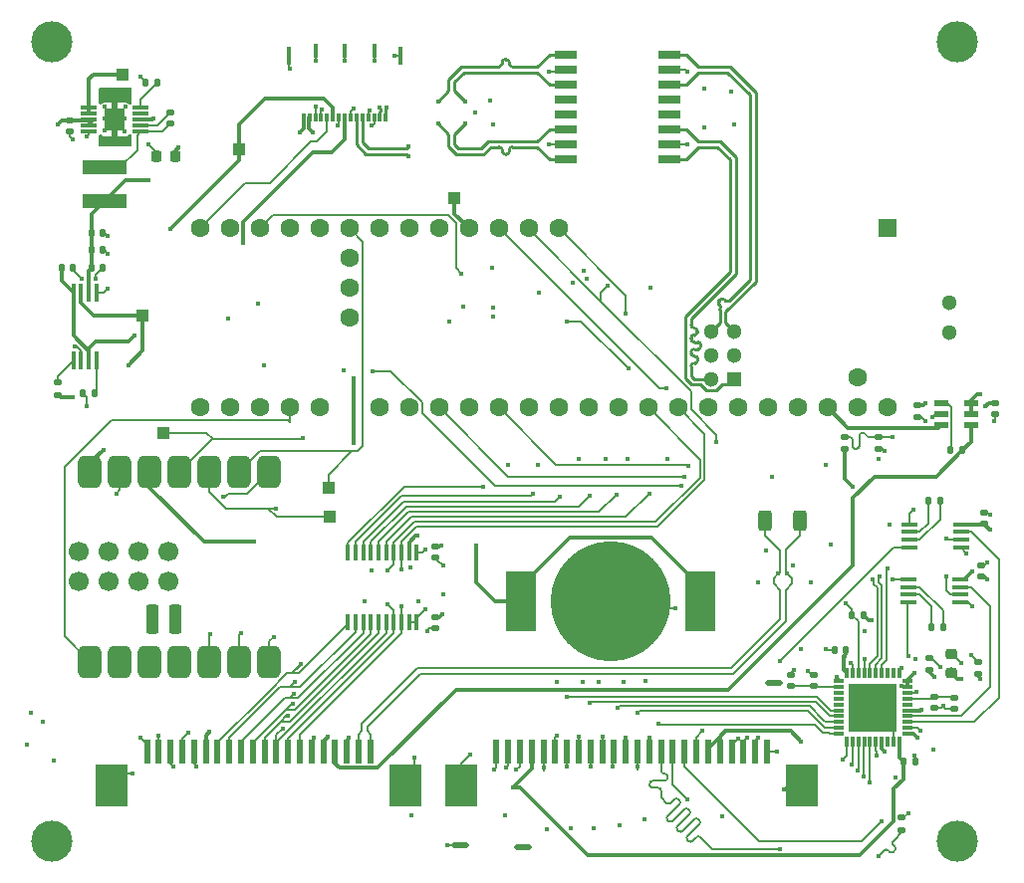
<source format=gbr>
%TF.GenerationSoftware,KiCad,Pcbnew,9.0.6*%
%TF.CreationDate,2026-02-08T19:57:16-05:00*%
%TF.ProjectId,main_board_v3,6d61696e-5f62-46f6-9172-645f76332e6b,rev?*%
%TF.SameCoordinates,Original*%
%TF.FileFunction,Copper,L1,Top*%
%TF.FilePolarity,Positive*%
%FSLAX46Y46*%
G04 Gerber Fmt 4.6, Leading zero omitted, Abs format (unit mm)*
G04 Created by KiCad (PCBNEW 9.0.6) date 2026-02-08 19:57:16*
%MOMM*%
%LPD*%
G01*
G04 APERTURE LIST*
G04 Aperture macros list*
%AMRoundRect*
0 Rectangle with rounded corners*
0 $1 Rounding radius*
0 $2 $3 $4 $5 $6 $7 $8 $9 X,Y pos of 4 corners*
0 Add a 4 corners polygon primitive as box body*
4,1,4,$2,$3,$4,$5,$6,$7,$8,$9,$2,$3,0*
0 Add four circle primitives for the rounded corners*
1,1,$1+$1,$2,$3*
1,1,$1+$1,$4,$5*
1,1,$1+$1,$6,$7*
1,1,$1+$1,$8,$9*
0 Add four rect primitives between the rounded corners*
20,1,$1+$1,$2,$3,$4,$5,0*
20,1,$1+$1,$4,$5,$6,$7,0*
20,1,$1+$1,$6,$7,$8,$9,0*
20,1,$1+$1,$8,$9,$2,$3,0*%
G04 Aperture macros list end*
%TA.AperFunction,EtchedComponent*%
%ADD10C,0.000000*%
%TD*%
%TA.AperFunction,SMDPad,CuDef*%
%ADD11R,1.000000X1.000000*%
%TD*%
%TA.AperFunction,ComponentPad*%
%ADD12C,3.500000*%
%TD*%
%TA.AperFunction,SMDPad,CuDef*%
%ADD13R,1.425000X0.300000*%
%TD*%
%TA.AperFunction,SMDPad,CuDef*%
%ADD14R,1.680000X1.880000*%
%TD*%
%TA.AperFunction,SMDPad,CuDef*%
%ADD15RoundRect,0.140000X-0.170000X0.140000X-0.170000X-0.140000X0.170000X-0.140000X0.170000X0.140000X0*%
%TD*%
%TA.AperFunction,SMDPad,CuDef*%
%ADD16R,1.910000X0.640000*%
%TD*%
%TA.AperFunction,SMDPad,CuDef*%
%ADD17R,1.150000X0.600000*%
%TD*%
%TA.AperFunction,SMDPad,CuDef*%
%ADD18RoundRect,0.140000X0.140000X0.170000X-0.140000X0.170000X-0.140000X-0.170000X0.140000X-0.170000X0*%
%TD*%
%TA.AperFunction,SMDPad,CuDef*%
%ADD19RoundRect,0.135000X0.185000X-0.135000X0.185000X0.135000X-0.185000X0.135000X-0.185000X-0.135000X0*%
%TD*%
%TA.AperFunction,SMDPad,CuDef*%
%ADD20RoundRect,0.140000X0.170000X-0.140000X0.170000X0.140000X-0.170000X0.140000X-0.170000X-0.140000X0*%
%TD*%
%TA.AperFunction,SMDPad,CuDef*%
%ADD21RoundRect,0.250000X-0.312500X-0.625000X0.312500X-0.625000X0.312500X0.625000X-0.312500X0.625000X0*%
%TD*%
%TA.AperFunction,SMDPad,CuDef*%
%ADD22RoundRect,0.135000X-0.185000X0.135000X-0.185000X-0.135000X0.185000X-0.135000X0.185000X0.135000X0*%
%TD*%
%TA.AperFunction,SMDPad,CuDef*%
%ADD23R,1.400000X0.450000*%
%TD*%
%TA.AperFunction,SMDPad,CuDef*%
%ADD24RoundRect,0.135000X-0.135000X-0.185000X0.135000X-0.185000X0.135000X0.185000X-0.135000X0.185000X0*%
%TD*%
%TA.AperFunction,SMDPad,CuDef*%
%ADD25RoundRect,0.140000X-0.140000X-0.170000X0.140000X-0.170000X0.140000X0.170000X-0.140000X0.170000X0*%
%TD*%
%TA.AperFunction,SMDPad,CuDef*%
%ADD26RoundRect,0.225000X-0.225000X-0.250000X0.225000X-0.250000X0.225000X0.250000X-0.225000X0.250000X0*%
%TD*%
%TA.AperFunction,SMDPad,CuDef*%
%ADD27R,2.500000X5.100000*%
%TD*%
%TA.AperFunction,SMDPad,CuDef*%
%ADD28C,10.200000*%
%TD*%
%TA.AperFunction,SMDPad,CuDef*%
%ADD29RoundRect,0.135000X0.135000X0.185000X-0.135000X0.185000X-0.135000X-0.185000X0.135000X-0.185000X0*%
%TD*%
%TA.AperFunction,SMDPad,CuDef*%
%ADD30R,0.850000X0.300000*%
%TD*%
%TA.AperFunction,SMDPad,CuDef*%
%ADD31R,0.300000X0.850000*%
%TD*%
%TA.AperFunction,SMDPad,CuDef*%
%ADD32R,4.050000X4.050000*%
%TD*%
%TA.AperFunction,SMDPad,CuDef*%
%ADD33RoundRect,0.051250X0.153750X-0.733750X0.153750X0.733750X-0.153750X0.733750X-0.153750X-0.733750X0*%
%TD*%
%TA.AperFunction,SMDPad,CuDef*%
%ADD34R,0.610000X2.000000*%
%TD*%
%TA.AperFunction,SMDPad,CuDef*%
%ADD35R,2.680000X3.600000*%
%TD*%
%TA.AperFunction,SMDPad,CuDef*%
%ADD36R,3.700000X1.200000*%
%TD*%
%TA.AperFunction,SMDPad,CuDef*%
%ADD37RoundRect,0.500000X0.500000X-0.875000X0.500000X0.875000X-0.500000X0.875000X-0.500000X-0.875000X0*%
%TD*%
%TA.AperFunction,SMDPad,CuDef*%
%ADD38RoundRect,0.275000X-0.275000X0.975000X-0.275000X-0.975000X0.275000X-0.975000X0.275000X0.975000X0*%
%TD*%
%TA.AperFunction,SMDPad,CuDef*%
%ADD39C,1.700000*%
%TD*%
%TA.AperFunction,SMDPad,CuDef*%
%ADD40C,0.500000*%
%TD*%
%TA.AperFunction,SMDPad,CuDef*%
%ADD41RoundRect,0.225000X0.250000X-0.225000X0.250000X0.225000X-0.250000X0.225000X-0.250000X-0.225000X0*%
%TD*%
%TA.AperFunction,SMDPad,CuDef*%
%ADD42R,0.300000X0.650000*%
%TD*%
%TA.AperFunction,SMDPad,CuDef*%
%ADD43R,0.300000X1.200000*%
%TD*%
%TA.AperFunction,SMDPad,CuDef*%
%ADD44R,0.400000X1.550000*%
%TD*%
%TA.AperFunction,SMDPad,CuDef*%
%ADD45R,0.450000X1.475000*%
%TD*%
%TA.AperFunction,ComponentPad*%
%ADD46R,1.600000X1.600000*%
%TD*%
%TA.AperFunction,ComponentPad*%
%ADD47C,1.600000*%
%TD*%
%TA.AperFunction,ComponentPad*%
%ADD48R,1.300000X1.300000*%
%TD*%
%TA.AperFunction,ComponentPad*%
%ADD49C,1.300000*%
%TD*%
%TA.AperFunction,ViaPad*%
%ADD50C,0.450000*%
%TD*%
%TA.AperFunction,Conductor*%
%ADD51C,0.200000*%
%TD*%
%TA.AperFunction,Conductor*%
%ADD52C,0.300000*%
%TD*%
%TA.AperFunction,Conductor*%
%ADD53C,0.288800*%
%TD*%
G04 APERTURE END LIST*
D10*
%TA.AperFunction,EtchedComponent*%
%TO.C,NT1*%
G36*
X116900000Y-71750000D02*
G01*
X115900000Y-71750000D01*
X115900000Y-71250000D01*
X116900000Y-71250000D01*
X116900000Y-71750000D01*
G37*
%TD.AperFunction*%
%TA.AperFunction,EtchedComponent*%
%TO.C,NT2*%
G36*
X90200000Y-85550000D02*
G01*
X89200000Y-85550000D01*
X89200000Y-85050000D01*
X90200000Y-85050000D01*
X90200000Y-85550000D01*
G37*
%TD.AperFunction*%
%TA.AperFunction,EtchedComponent*%
%TO.C,NT3*%
G36*
X95550000Y-85750000D02*
G01*
X94550000Y-85750000D01*
X94550000Y-85250000D01*
X95550000Y-85250000D01*
X95550000Y-85750000D01*
G37*
%TD.AperFunction*%
%TD*%
D11*
%TO.P,TP7,1,1*%
%TO.N,5V*%
X62750000Y-40250000D03*
%TD*%
%TO.P,TP12,1,1*%
%TO.N,5V_usb*%
X70900000Y-26100000D03*
%TD*%
D12*
%TO.P,H4,1*%
%TO.N,N/C*%
X132000000Y-85000000D03*
%TD*%
D13*
%TO.P,IC11,1,FB*%
%TO.N,5V_buck*%
X58153000Y-22591000D03*
%TO.P,IC11,2,OUT*%
X58153000Y-23091000D03*
%TO.P,IC11,3,EN/UVLO*%
%TO.N,11.1V*%
X58153000Y-23591000D03*
%TO.P,IC11,4,VIN*%
X58153000Y-24091000D03*
%TO.P,IC11,5,GND_1*%
%TO.N,PGND*%
X58153000Y-24591000D03*
%TO.P,IC11,6,SW*%
%TO.N,Net-(IC11-SW)*%
X62577000Y-24591000D03*
%TO.P,IC11,7,BOOST*%
%TO.N,Net-(IC11-BOOST)*%
X62577000Y-24091000D03*
%TO.P,IC11,8,BD*%
%TO.N,5V_buck*%
X62577000Y-23591000D03*
%TO.P,IC11,9,PG*%
%TO.N,unconnected-(IC11-PG-Pad9)*%
X62577000Y-23091000D03*
%TO.P,IC11,10,RT*%
%TO.N,Net-(IC11-RT)*%
X62577000Y-22591000D03*
D14*
%TO.P,IC11,11,GND_2*%
%TO.N,PGND*%
X60365000Y-23591000D03*
%TD*%
D15*
%TO.P,C13,1*%
%TO.N,Net-(IC6-REGCAPA)*%
X131750000Y-72750000D03*
%TO.P,C13,2*%
%TO.N,GNDA*%
X131750000Y-73710000D03*
%TD*%
%TO.P,C38,1*%
%TO.N,Net-(IC11-BOOST)*%
X65085000Y-22980000D03*
%TO.P,C38,2*%
%TO.N,Net-(IC11-SW)*%
X65085000Y-23940000D03*
%TD*%
%TO.P,C40,1*%
%TO.N,3V3_esp*%
X87600000Y-59920000D03*
%TO.P,C40,2*%
%TO.N,GNDD*%
X87600000Y-60880000D03*
%TD*%
%TO.P,C21,1*%
%TO.N,5V*%
X128600000Y-47920000D03*
%TO.P,C21,2*%
%TO.N,GNDA*%
X128600000Y-48880000D03*
%TD*%
D16*
%TO.P,T1,1,RD+*%
%TO.N,RD+*%
X107500000Y-26960000D03*
%TO.P,T1,2,RCT*%
%TO.N,Net-(T1-RCT)*%
X107500000Y-25690000D03*
%TO.P,T1,3,RD-*%
%TO.N,RD-*%
X107500000Y-24420000D03*
%TO.P,T1,4,NO_CONNECT_1*%
%TO.N,unconnected-(T1-NO_CONNECT_1-Pad4)*%
X107500000Y-23150000D03*
%TO.P,T1,5,NO_CONNECT_2*%
%TO.N,unconnected-(T1-NO_CONNECT_2-Pad5)*%
X107500000Y-21880000D03*
%TO.P,T1,6,TD+*%
%TO.N,TD+*%
X107500000Y-20610000D03*
%TO.P,T1,7,TCT*%
%TO.N,Net-(T1-TCT)*%
X107500000Y-19340000D03*
%TO.P,T1,8,TD-*%
%TO.N,TD-*%
X107500000Y-18070000D03*
%TO.P,T1,9,TX-*%
%TO.N,TX-*%
X98730000Y-18070000D03*
%TO.P,T1,10,TXCT*%
%TO.N,Net-(T1-TXCT)*%
X98730000Y-19340000D03*
%TO.P,T1,11,TX+*%
%TO.N,TX+*%
X98730000Y-20610000D03*
%TO.P,T1,12,NO_CONNECT_3*%
%TO.N,unconnected-(T1-NO_CONNECT_3-Pad12)*%
X98730000Y-21880000D03*
%TO.P,T1,13,NO_CONNECT_4*%
%TO.N,unconnected-(T1-NO_CONNECT_4-Pad13)*%
X98730000Y-23150000D03*
%TO.P,T1,14,RX-*%
%TO.N,RX-*%
X98730000Y-24420000D03*
%TO.P,T1,15,RXCT*%
%TO.N,Net-(T1-RXCT)*%
X98730000Y-25690000D03*
%TO.P,T1,16,RX+*%
%TO.N,RX+*%
X98730000Y-26960000D03*
%TD*%
D17*
%TO.P,IC8,1,OUTA*%
%TO.N,Net-(IC8-OUTA)*%
X130624000Y-47700000D03*
%TO.P,IC8,2,V-*%
%TO.N,GNDA*%
X130624000Y-48650000D03*
%TO.P,IC8,3,+INA*%
%TO.N,3V3_to_buff*%
X130624000Y-49600000D03*
%TO.P,IC8,4,-INA*%
%TO.N,3V3_out*%
X133124000Y-49600000D03*
%TO.P,IC8,5,~{SD}*%
%TO.N,5V*%
X133124000Y-48650000D03*
%TO.P,IC8,6,V+*%
X133124000Y-47700000D03*
%TD*%
D18*
%TO.P,C20,1*%
%TO.N,3V3_esp*%
X122500000Y-68750000D03*
%TO.P,C20,2*%
%TO.N,GNDD*%
X121540000Y-68750000D03*
%TD*%
D19*
%TO.P,R38,1*%
%TO.N,sg_sense_1_FL*%
X127250000Y-84010000D03*
%TO.P,R38,2*%
%TO.N,GNDA*%
X127250000Y-82990000D03*
%TD*%
D20*
%TO.P,C16,1*%
%TO.N,5V*%
X129600000Y-70400000D03*
%TO.P,C16,2*%
%TO.N,GNDA*%
X129600000Y-69440000D03*
%TD*%
D21*
%TO.P,R50,1*%
%TO.N,CAN+*%
X115632500Y-57686600D03*
%TO.P,R50,2*%
%TO.N,CAN-*%
X118557500Y-57686600D03*
%TD*%
D15*
%TO.P,C39,1*%
%TO.N,11.1V*%
X56525000Y-23690000D03*
%TO.P,C39,2*%
%TO.N,PGND*%
X56525000Y-24650000D03*
%TD*%
D11*
%TO.P,TP11,1,1*%
%TO.N,5V_buck*%
X61000000Y-19770000D03*
%TD*%
D22*
%TO.P,R24,1*%
%TO.N,sg2-*%
X125300000Y-50590000D03*
%TO.P,R24,2*%
%TO.N,GNDA*%
X125300000Y-51610000D03*
%TD*%
D15*
%TO.P,C26,1*%
%TO.N,5V*%
X87600000Y-65940000D03*
%TO.P,C26,2*%
%TO.N,GNDD*%
X87600000Y-66900000D03*
%TD*%
D23*
%TO.P,IC5,1,-IN*%
%TO.N,sg1-*%
X127850000Y-62700000D03*
%TO.P,IC5,2,RG_1*%
%TO.N,Net-(IC5-RG_1)*%
X127850000Y-63350000D03*
%TO.P,IC5,3,RG_2*%
%TO.N,Net-(IC5-RG_2)*%
X127850000Y-64000000D03*
%TO.P,IC5,4,+IN*%
%TO.N,sg1+*%
X127850000Y-64650000D03*
%TO.P,IC5,5,-VS*%
%TO.N,GNDA*%
X132250000Y-64650000D03*
%TO.P,IC5,6,REF*%
%TO.N,bias_A*%
X132250000Y-64000000D03*
%TO.P,IC5,7,VOUT*%
%TO.N,sg1*%
X132250000Y-63350000D03*
%TO.P,IC5,8,+VS*%
%TO.N,5V*%
X132250000Y-62700000D03*
%TD*%
D19*
%TO.P,R60,1*%
%TO.N,5V*%
X55500000Y-47010000D03*
%TO.P,R60,2*%
%TO.N,Net-(U4-STAT)*%
X55500000Y-45990000D03*
%TD*%
D11*
%TO.P,TP2,1,1*%
%TO.N,MOSI_ESP*%
X64500000Y-50250000D03*
%TD*%
D12*
%TO.P,H3,1*%
%TO.N,N/C*%
X132000000Y-17000000D03*
%TD*%
D15*
%TO.P,C18,1*%
%TO.N,Net-(IC6-REGCAPA)*%
X130000000Y-72670000D03*
%TO.P,C18,2*%
%TO.N,GNDA*%
X130000000Y-73630000D03*
%TD*%
D11*
%TO.P,TP1,1,1*%
%TO.N,MISO_ESP*%
X78600000Y-57400000D03*
%TD*%
D20*
%TO.P,C27,1*%
%TO.N,GNDA*%
X135174000Y-48680000D03*
%TO.P,C27,2*%
%TO.N,5V*%
X135174000Y-47720000D03*
%TD*%
%TO.P,C23,1*%
%TO.N,5V*%
X134275000Y-57980000D03*
%TO.P,C23,2*%
%TO.N,GNDA*%
X134275000Y-57020000D03*
%TD*%
D24*
%TO.P,R1,1*%
%TO.N,!ERROR*%
X122990000Y-65750000D03*
%TO.P,R1,2*%
%TO.N,3V3_esp*%
X124010000Y-65750000D03*
%TD*%
D12*
%TO.P,H1,1*%
%TO.N,N/C*%
X55000000Y-17000000D03*
%TD*%
D24*
%TO.P,R9,1*%
%TO.N,PGND*%
X62940000Y-20500000D03*
%TO.P,R9,2*%
%TO.N,Net-(IC11-RT)*%
X63960000Y-20500000D03*
%TD*%
D20*
%TO.P,C14,1*%
%TO.N,Net-(IC6-REGCAPD)*%
X119800000Y-71780000D03*
%TO.P,C14,2*%
%TO.N,GNDD*%
X119800000Y-70820000D03*
%TD*%
D25*
%TO.P,C8,1*%
%TO.N,5V_buck*%
X58365000Y-36230000D03*
%TO.P,C8,2*%
%TO.N,PGND*%
X59325000Y-36230000D03*
%TD*%
D22*
%TO.P,R22,1*%
%TO.N,sg1-*%
X133750000Y-69740000D03*
%TO.P,R22,2*%
%TO.N,GNDA*%
X133750000Y-70760000D03*
%TD*%
D26*
%TO.P,C61,1*%
%TO.N,PGND*%
X63925000Y-26700000D03*
%TO.P,C61,2*%
%TO.N,5V_buck*%
X65475000Y-26700000D03*
%TD*%
D24*
%TO.P,R25,1*%
%TO.N,Net-(IC7-RG_1)*%
X129490000Y-56000000D03*
%TO.P,R25,2*%
%TO.N,Net-(IC7-RG_2)*%
X130510000Y-56000000D03*
%TD*%
D27*
%TO.P,BT1,1,+*%
%TO.N,Net-(BT1-+)*%
X110100000Y-64600000D03*
X94900000Y-64600000D03*
D28*
%TO.P,BT1,2,-*%
%TO.N,GNDD*%
X102500000Y-64600000D03*
%TD*%
D25*
%TO.P,C36,1*%
%TO.N,5V_buck*%
X58385000Y-33230000D03*
%TO.P,C36,2*%
%TO.N,PGND*%
X59345000Y-33230000D03*
%TD*%
D19*
%TO.P,R21,1*%
%TO.N,2V5*%
X122425000Y-51635000D03*
%TO.P,R21,2*%
%TO.N,sg2-*%
X122425000Y-50615000D03*
%TD*%
D29*
%TO.P,R12,1*%
%TO.N,Net-(IC5-RG_1)*%
X130750000Y-66750000D03*
%TO.P,R12,2*%
%TO.N,Net-(IC5-RG_2)*%
X129730000Y-66750000D03*
%TD*%
D20*
%TO.P,C19,1*%
%TO.N,Net-(IC6-REGCAPD)*%
X117800000Y-71780000D03*
%TO.P,C19,2*%
%TO.N,GNDD*%
X117800000Y-70820000D03*
%TD*%
D18*
%TO.P,C17,1*%
%TO.N,GNDA*%
X128380000Y-78250000D03*
%TO.P,C17,2*%
%TO.N,5V_ref*%
X127420000Y-78250000D03*
%TD*%
D30*
%TO.P,IC6,1,AIN16*%
%TO.N,3V3_esp*%
X127750000Y-75850000D03*
%TO.P,IC6,2,AIN0/REF2-*%
%TO.N,GNDA*%
X127750000Y-75350000D03*
%TO.P,IC6,3,AIN1/REF2+*%
%TO.N,sg2*%
X127750000Y-74850000D03*
%TO.P,IC6,4,AIN2*%
%TO.N,sg1*%
X127750000Y-74350000D03*
%TO.P,IC6,5,AIN3*%
%TO.N,2V5*%
X127750000Y-73850000D03*
%TO.P,IC6,6,REFOUT*%
%TO.N,unconnected-(IC6-REFOUT-Pad6)*%
X127750000Y-73350000D03*
%TO.P,IC6,7,REGCAPA*%
%TO.N,Net-(IC6-REGCAPA)*%
X127750000Y-72850000D03*
%TO.P,IC6,8,AVSS*%
%TO.N,GNDA*%
X127750000Y-72350000D03*
%TO.P,IC6,9,AVDD1*%
%TO.N,5V*%
X127750000Y-71850000D03*
%TO.P,IC6,10,AVDD2*%
X127750000Y-71350000D03*
D31*
%TO.P,IC6,11,PDSW*%
%TO.N,GNDA*%
X127050000Y-70650000D03*
%TO.P,IC6,12,XTAL1*%
%TO.N,unconnected-(IC6-XTAL1-Pad12)*%
X126550000Y-70650000D03*
%TO.P,IC6,13,XTAL2/CLKIO*%
%TO.N,unconnected-(IC6-XTAL2{slash}CLKIO-Pad13)*%
X126050000Y-70650000D03*
%TO.P,IC6,14,DOUT/~{RDY}*%
%TO.N,MISO1*%
X125550000Y-70650000D03*
%TO.P,IC6,15,DIN*%
%TO.N,MOSI1*%
X125050000Y-70650000D03*
%TO.P,IC6,16,SCLK*%
%TO.N,SCLK1*%
X124550000Y-70650000D03*
%TO.P,IC6,17,~{CS}*%
%TO.N,!CS_ADC*%
X124050000Y-70650000D03*
%TO.P,IC6,18,~{ERROR}*%
%TO.N,!ERROR*%
X123550000Y-70650000D03*
%TO.P,IC6,19,~{SYNC}*%
%TO.N,GNDD*%
X123050000Y-70650000D03*
%TO.P,IC6,20,IOVDD*%
%TO.N,3V3_esp*%
X122550000Y-70650000D03*
D30*
%TO.P,IC6,21,DGND*%
%TO.N,GNDD*%
X121850000Y-71350000D03*
%TO.P,IC6,22,REGCAPD*%
%TO.N,Net-(IC6-REGCAPD)*%
X121850000Y-71850000D03*
%TO.P,IC6,23,GPIO0*%
%TO.N,unconnected-(IC6-GPIO0-Pad23)*%
X121850000Y-72350000D03*
%TO.P,IC6,24,GPIO1*%
%TO.N,unconnected-(IC6-GPIO1-Pad24)*%
X121850000Y-72850000D03*
%TO.P,IC6,25,GPO2*%
%TO.N,unconnected-(IC6-GPO2-Pad25)*%
X121850000Y-73350000D03*
%TO.P,IC6,26,AIN4*%
%TO.N,A1_nyq*%
X121850000Y-73850000D03*
%TO.P,IC6,27,AIN5*%
%TO.N,A2_nyq*%
X121850000Y-74350000D03*
%TO.P,IC6,28,AIN6*%
%TO.N,A3_nyq*%
X121850000Y-74850000D03*
%TO.P,IC6,29,AIN7*%
%TO.N,A4_nyq*%
X121850000Y-75350000D03*
%TO.P,IC6,30,AIN8*%
%TO.N,A5_nyq*%
X121850000Y-75850000D03*
D31*
%TO.P,IC6,31,AIN9*%
%TO.N,A6_nyq*%
X122550000Y-76550000D03*
%TO.P,IC6,32,AIN10*%
%TO.N,A7_nyq*%
X123050000Y-76550000D03*
%TO.P,IC6,33,AIN11*%
%TO.N,A8_nyq*%
X123550000Y-76550000D03*
%TO.P,IC6,34,AIN12*%
%TO.N,A9_nyq*%
X124050000Y-76550000D03*
%TO.P,IC6,35,AIN13*%
%TO.N,A10_nyq*%
X124550000Y-76550000D03*
%TO.P,IC6,36,AIN14*%
%TO.N,Net-(IC6-AIN14)*%
X125050000Y-76550000D03*
%TO.P,IC6,37,AIN15*%
%TO.N,2V5_ref*%
X125550000Y-76550000D03*
%TO.P,IC6,38,GPO3*%
%TO.N,unconnected-(IC6-GPO3-Pad38)*%
X126050000Y-76550000D03*
%TO.P,IC6,39,REF-*%
%TO.N,GNDA*%
X126550000Y-76550000D03*
%TO.P,IC6,40,REF+*%
%TO.N,5V_ref*%
X127050000Y-76550000D03*
D32*
%TO.P,IC6,41,EP*%
%TO.N,GNDA*%
X124800000Y-73600000D03*
%TD*%
D33*
%TO.P,U4,1,STAT*%
%TO.N,Net-(U4-STAT)*%
X56850000Y-44100000D03*
%TO.P,U4,2,D0*%
%TO.N,PGND*%
X57500000Y-44100000D03*
%TO.P,U4,3,D1*%
%TO.N,5V_usb*%
X58150000Y-44100000D03*
%TO.P,U4,4,ILIM*%
%TO.N,Net-(U4-ILIM)*%
X58800000Y-44100000D03*
%TO.P,U4,5,GND*%
%TO.N,PGND*%
X58800000Y-38360000D03*
%TO.P,U4,6,1N2*%
%TO.N,5V_buck*%
X58150000Y-38360000D03*
%TO.P,U4,7,OUT*%
%TO.N,5V*%
X57500000Y-38360000D03*
%TO.P,U4,8,1N1*%
%TO.N,5V_usb*%
X56850000Y-38360000D03*
%TD*%
D20*
%TO.P,C22,1*%
%TO.N,5V*%
X134000000Y-62480000D03*
%TO.P,C22,2*%
%TO.N,GNDA*%
X134000000Y-61520000D03*
%TD*%
D34*
%TO.P,J3,1,Pin_1*%
%TO.N,GNDD*%
X63090000Y-77400000D03*
%TO.P,J3,2,Pin_2*%
%TO.N,GP{slash}Int2*%
X64090000Y-77400000D03*
%TO.P,J3,3,Pin_3*%
%TO.N,GNDD*%
X65090000Y-77400000D03*
%TO.P,J3,4,Pin_4*%
%TO.N,GP{slash}Int1*%
X66090000Y-77400000D03*
%TO.P,J3,5,Pin_5*%
%TO.N,GNDD*%
X67090000Y-77400000D03*
%TO.P,J3,6,Pin_6*%
%TO.N,5V*%
X68090000Y-77400000D03*
%TO.P,J3,7,Pin_7*%
%TO.N,DN6*%
X69090000Y-77400000D03*
%TO.P,J3,8,Pin_8*%
%TO.N,DN5*%
X70090000Y-77400000D03*
%TO.P,J3,9,Pin_9*%
%TO.N,DN4*%
X71090000Y-77400000D03*
%TO.P,J3,10,Pin_10*%
%TO.N,DN3*%
X72090000Y-77400000D03*
%TO.P,J3,11,Pin_11*%
%TO.N,DN2*%
X73090000Y-77400000D03*
%TO.P,J3,12,Pin_12*%
%TO.N,DN1*%
X74090000Y-77400000D03*
%TO.P,J3,13,Pin_13*%
%TO.N,SDA_mag*%
X75090000Y-77400000D03*
%TO.P,J3,14,Pin_14*%
%TO.N,SCL_mag*%
X76090000Y-77400000D03*
%TO.P,J3,15,Pin_15*%
%TO.N,GNDD*%
X77090000Y-77400000D03*
%TO.P,J3,16,Pin_16*%
%TO.N,5V*%
X78090000Y-77400000D03*
%TO.P,J3,17,Pin_17*%
%TO.N,3V3_out*%
X79090000Y-77400000D03*
%TO.P,J3,18,Pin_18*%
%TO.N,GNDD*%
X80090000Y-77400000D03*
%TO.P,J3,19,Pin_19*%
%TO.N,CAN+*%
X81090000Y-77400000D03*
%TO.P,J3,20,Pin_20*%
%TO.N,CAN-*%
X82090000Y-77400000D03*
D35*
%TO.P,J3,MP,MountPin*%
%TO.N,GNDD*%
X60100000Y-80200000D03*
X85080000Y-80200000D03*
%TD*%
D29*
%TO.P,R33,1*%
%TO.N,3V3_out*%
X132424000Y-51750000D03*
%TO.P,R33,2*%
%TO.N,Net-(IC8-OUTA)*%
X131404000Y-51750000D03*
%TD*%
D34*
%TO.P,J2,1,Pin_1*%
%TO.N,11.1V_battery*%
X92790000Y-77400000D03*
%TO.P,J2,2,Pin_2*%
X93790000Y-77400000D03*
%TO.P,J2,3,Pin_3*%
%TO.N,B-*%
X94790000Y-77400000D03*
%TO.P,J2,4,Pin_4*%
%TO.N,5V_ref*%
X95790000Y-77400000D03*
%TO.P,J2,5,Pin_5*%
%TO.N,AN10*%
X96790000Y-77400000D03*
%TO.P,J2,6,Pin_6*%
%TO.N,AN1*%
X97790000Y-77400000D03*
%TO.P,J2,7,Pin_7*%
%TO.N,AN9*%
X98790000Y-77400000D03*
%TO.P,J2,8,Pin_8*%
%TO.N,AN2*%
X99790000Y-77400000D03*
%TO.P,J2,9,Pin_9*%
%TO.N,AN8*%
X100790000Y-77400000D03*
%TO.P,J2,10,Pin_10*%
%TO.N,AN3*%
X101790000Y-77400000D03*
%TO.P,J2,11,Pin_11*%
%TO.N,AN7*%
X102790000Y-77400000D03*
%TO.P,J2,12,Pin_12*%
%TO.N,AN4*%
X103790000Y-77400000D03*
%TO.P,J2,13,Pin_13*%
%TO.N,AN6*%
X104790000Y-77400000D03*
%TO.P,J2,14,Pin_14*%
%TO.N,AN5*%
X105790000Y-77400000D03*
%TO.P,J2,15,Pin_15*%
%TO.N,sg_sense_1_FL*%
X106790000Y-77400000D03*
%TO.P,J2,16,Pin_16*%
%TO.N,sg_sense_2_FR*%
X107790000Y-77400000D03*
%TO.P,J2,17,Pin_17*%
%TO.N,sg1+*%
X108790000Y-77400000D03*
%TO.P,J2,18,Pin_18*%
%TO.N,sg2+*%
X109790000Y-77400000D03*
%TO.P,J2,19,Pin_19*%
%TO.N,2V5*%
X110790000Y-77400000D03*
%TO.P,J2,20,Pin_20*%
X111790000Y-77400000D03*
%TO.P,J2,21,Pin_21*%
%TO.N,GNDA*%
X112790000Y-77400000D03*
%TO.P,J2,22,Pin_22*%
X113790000Y-77400000D03*
%TO.P,J2,23,Pin_23*%
X114790000Y-77400000D03*
%TO.P,J2,24,Pin_24*%
X115790000Y-77400000D03*
D35*
%TO.P,J2,MP,MountPin*%
X89800000Y-80200000D03*
X118780000Y-80200000D03*
%TD*%
D36*
%TO.P,L1,1,1*%
%TO.N,Net-(IC11-SW)*%
X59500000Y-27700000D03*
%TO.P,L1,2,2*%
%TO.N,5V_buck*%
X59500000Y-30500000D03*
%TD*%
D11*
%TO.P,TP3,1,1*%
%TO.N,SCLK_ESP*%
X78500000Y-54900000D03*
%TD*%
D29*
%TO.P,R47,1*%
%TO.N,Net-(U4-ILIM)*%
X58660000Y-46860000D03*
%TO.P,R47,2*%
%TO.N,PGND*%
X57640000Y-46860000D03*
%TD*%
D11*
%TO.P,TP10,1,1*%
%TO.N,3V3_teensy*%
X89250000Y-30250000D03*
%TD*%
D25*
%TO.P,C9,1*%
%TO.N,5V_usb*%
X55845000Y-36230000D03*
%TO.P,C9,2*%
%TO.N,PGND*%
X56805000Y-36230000D03*
%TD*%
D23*
%TO.P,IC7,1,-IN*%
%TO.N,sg2-*%
X127875000Y-58025000D03*
%TO.P,IC7,2,RG_1*%
%TO.N,Net-(IC7-RG_1)*%
X127875000Y-58675000D03*
%TO.P,IC7,3,RG_2*%
%TO.N,Net-(IC7-RG_2)*%
X127875000Y-59325000D03*
%TO.P,IC7,4,+IN*%
%TO.N,sg2+*%
X127875000Y-59975000D03*
%TO.P,IC7,5,-VS*%
%TO.N,GNDA*%
X132275000Y-59975000D03*
%TO.P,IC7,6,REF*%
%TO.N,bias_B*%
X132275000Y-59325000D03*
%TO.P,IC7,7,VOUT*%
%TO.N,sg2*%
X132275000Y-58675000D03*
%TO.P,IC7,8,+VS*%
%TO.N,5V*%
X132275000Y-58025000D03*
%TD*%
D37*
%TO.P,U5,1,GPIO2/A0/D0*%
%TO.N,CS_ESP*%
X58260000Y-69700000D03*
%TO.P,U5,2,GPIO3/A1/D1*%
%TO.N,unconnected-(U5-GPIO3{slash}A1{slash}D1-Pad2)*%
X60800000Y-69700000D03*
%TO.P,U5,3,GPIO4/A2/D2*%
%TO.N,unconnected-(U5-GPIO4{slash}A2{slash}D2-Pad3)*%
X63340000Y-69700000D03*
%TO.P,U5,4,GPIO5/A3/D3*%
%TO.N,unconnected-(U5-GPIO5{slash}A3{slash}D3-Pad4)*%
X65880000Y-69700000D03*
%TO.P,U5,5,GPIO6/D4/SDA*%
%TO.N,Net-(U5-GPIO6{slash}D4{slash}SDA)*%
X68420000Y-69700000D03*
%TO.P,U5,6,GPIO7/D5/SCL*%
%TO.N,Net-(U5-GPIO7{slash}D5{slash}SCL)*%
X70960000Y-69700000D03*
%TO.P,U5,7,GPIO21/D6/TX*%
%TO.N,Net-(U5-GPIO21{slash}D6{slash}TX)*%
X73500000Y-69700000D03*
%TO.P,U5,8,GPIO20/D7/RX*%
%TO.N,Net-(U5-GPIO20{slash}D7{slash}RX)*%
X73500000Y-53535000D03*
%TO.P,U5,9,GPIO8/D8/SCK*%
%TO.N,SCLK_ESP*%
X70960000Y-53535000D03*
%TO.P,U5,10,GPIO9/D9/MISO*%
%TO.N,MISO_ESP*%
X68420000Y-53535000D03*
%TO.P,U5,11,GPIO10/D10/MOSI*%
%TO.N,MOSI_ESP*%
X65880000Y-53535000D03*
%TO.P,U5,12,VCC_3V3*%
%TO.N,3V3_esp*%
X63340000Y-53535000D03*
%TO.P,U5,13,GND*%
%TO.N,GNDD*%
X60800000Y-53535000D03*
%TO.P,U5,14,VBUS*%
%TO.N,5V*%
X58260000Y-53535000D03*
D38*
%TO.P,U5,15*%
%TO.N,N/C*%
X65498000Y-66090000D03*
%TO.P,U5,16*%
X63593000Y-66090000D03*
D39*
%TO.P,U5,17*%
X57248000Y-62915000D03*
%TO.P,U5,18*%
X57248000Y-60375000D03*
%TO.P,U5,19*%
X59788000Y-62915000D03*
%TO.P,U5,20*%
X59788000Y-60375000D03*
%TO.P,U5,21*%
X62328000Y-62915000D03*
%TO.P,U5,22*%
X62328000Y-60375000D03*
%TO.P,U5,23*%
X64868000Y-62915000D03*
%TO.P,U5,24*%
X64868000Y-60375000D03*
%TD*%
D40*
%TO.P,NT1,1,1*%
%TO.N,GNDA*%
X115900000Y-71500000D03*
%TO.P,NT1,2,2*%
%TO.N,GNDD*%
X116900000Y-71500000D03*
%TD*%
D25*
%TO.P,C10,1*%
%TO.N,5V_buck*%
X58385000Y-34730000D03*
%TO.P,C10,2*%
%TO.N,PGND*%
X59345000Y-34730000D03*
%TD*%
D12*
%TO.P,H2,1*%
%TO.N,N/C*%
X55000000Y-85000000D03*
%TD*%
D40*
%TO.P,NT2,1,1*%
%TO.N,PGND*%
X89200000Y-85300000D03*
%TO.P,NT2,2,2*%
%TO.N,B-*%
X90200000Y-85300000D03*
%TD*%
D41*
%TO.P,C15,1*%
%TO.N,5V*%
X131450000Y-70645000D03*
%TO.P,C15,2*%
%TO.N,GNDA*%
X131450000Y-69095000D03*
%TD*%
D42*
%TO.P,J4,1,1*%
%TO.N,TX-*%
X83400000Y-23400000D03*
%TO.P,J4,2,2*%
%TO.N,TX+*%
X82900000Y-23400000D03*
%TO.P,J4,3,3*%
%TO.N,GNDD*%
X82400000Y-23400000D03*
%TO.P,J4,4,4*%
X81900000Y-23400000D03*
%TO.P,J4,5,5*%
%TO.N,RX+*%
X81400000Y-23400000D03*
%TO.P,J4,6,6*%
%TO.N,RX-*%
X80900000Y-23400000D03*
%TO.P,J4,7,7*%
%TO.N,GNDD*%
X80400000Y-23400000D03*
%TO.P,J4,8,8*%
%TO.N,3V3_esp*%
X79900000Y-23400000D03*
%TO.P,J4,9,9*%
%TO.N,GNDD*%
X79400000Y-23400000D03*
%TO.P,J4,10,10*%
%TO.N,5V_usb*%
X78900000Y-23400000D03*
%TO.P,J4,11,11*%
%TO.N,LED_CONTROL*%
X78400000Y-23400000D03*
%TO.P,J4,12,12*%
%TO.N,GNDD*%
X77900000Y-23400000D03*
%TO.P,J4,13,13*%
X77400000Y-23400000D03*
%TO.P,J4,14,14*%
%TO.N,usb+*%
X76900000Y-23400000D03*
%TO.P,J4,15,15*%
%TO.N,usb-*%
X76400000Y-23400000D03*
D43*
%TO.P,J4,G1,G1*%
%TO.N,GNDD*%
X82400000Y-17725000D03*
%TO.P,J4,G2,G2*%
X79900000Y-17725000D03*
%TO.P,J4,G3,G3*%
X77400000Y-17725000D03*
D44*
%TO.P,J4,MP1,MP1*%
X84650000Y-18150000D03*
%TO.P,J4,MP2,MP2*%
X75150000Y-18150000D03*
%TD*%
D40*
%TO.P,NT3,1,1*%
%TO.N,GNDA*%
X95550000Y-85500000D03*
%TO.P,NT3,2,2*%
%TO.N,B-*%
X94550000Y-85500000D03*
%TD*%
D45*
%TO.P,IC9,1,GND*%
%TO.N,GNDD*%
X86025000Y-60462000D03*
%TO.P,IC9,2,VREF_A*%
%TO.N,3V3_esp*%
X85375000Y-60462000D03*
%TO.P,IC9,3,A1*%
%TO.N,SCL*%
X84725000Y-60462000D03*
%TO.P,IC9,4,A2*%
%TO.N,SDA*%
X84075000Y-60462000D03*
%TO.P,IC9,5,A3*%
%TO.N,D1_shift*%
X83425000Y-60462000D03*
%TO.P,IC9,6,A4*%
%TO.N,D2_shift*%
X82775000Y-60462000D03*
%TO.P,IC9,7,A5*%
%TO.N,D3_shift*%
X82125000Y-60462000D03*
%TO.P,IC9,8,A6*%
%TO.N,D4_shift*%
X81475000Y-60462000D03*
%TO.P,IC9,9,A7*%
%TO.N,D5_shift*%
X80825000Y-60462000D03*
%TO.P,IC9,10,A8*%
%TO.N,D6_shift*%
X80175000Y-60462000D03*
%TO.P,IC9,11,B8*%
%TO.N,DN6*%
X80175000Y-66338000D03*
%TO.P,IC9,12,B7*%
%TO.N,DN5*%
X80825000Y-66338000D03*
%TO.P,IC9,13,B6*%
%TO.N,DN4*%
X81475000Y-66338000D03*
%TO.P,IC9,14,B5*%
%TO.N,DN3*%
X82125000Y-66338000D03*
%TO.P,IC9,15,B4*%
%TO.N,DN2*%
X82775000Y-66338000D03*
%TO.P,IC9,16,B3*%
%TO.N,DN1*%
X83425000Y-66338000D03*
%TO.P,IC9,17,B2*%
%TO.N,SDA_mag*%
X84075000Y-66338000D03*
%TO.P,IC9,18,B1*%
%TO.N,SCL_mag*%
X84725000Y-66338000D03*
%TO.P,IC9,19,VREF_B*%
%TO.N,Net-(IC9-EN)*%
X85375000Y-66338000D03*
%TO.P,IC9,20,EN*%
X86025000Y-66338000D03*
%TD*%
D46*
%TO.P,U1,1,GND*%
%TO.N,GNDD*%
X126000000Y-32860000D03*
D47*
%TO.P,U1,12,10_CS_MQSR*%
%TO.N,!LDAC*%
X98060000Y-32860000D03*
%TO.P,U1,13,11_MOSI_CTX1*%
%TO.N,MOSI1*%
X95520000Y-32860000D03*
%TO.P,U1,14,12_MISO_MQSL*%
%TO.N,MISO1*%
X92980000Y-32860000D03*
%TO.P,U1,15,3V3*%
%TO.N,3V3_teensy*%
X90440000Y-32860000D03*
%TO.P,U1,16,24_A10_TX6_SCL2*%
%TO.N,unconnected-(U1-24_A10_TX6_SCL2-Pad16)*%
X87900000Y-32860000D03*
%TO.P,U1,17,25_A11_RX6_SDA2*%
%TO.N,unconnected-(U1-25_A11_RX6_SDA2-Pad17)*%
X85360000Y-32860000D03*
%TO.P,U1,18,26_A12_MOSI1*%
%TO.N,MOSI_ESP*%
X82820000Y-32860000D03*
%TO.P,U1,19,27_A13_SCK1*%
%TO.N,SCLK_ESP*%
X80280000Y-32860000D03*
%TO.P,U1,20,28_RX7*%
%TO.N,unconnected-(U1-28_RX7-Pad20)*%
X77740000Y-32860000D03*
%TO.P,U1,21,29_TX7*%
%TO.N,unconnected-(U1-29_TX7-Pad21)*%
X75200000Y-32860000D03*
%TO.P,U1,22,30_CRX3*%
%TO.N,RESET_DAC*%
X72660000Y-32860000D03*
%TO.P,U1,23,31_CTX3*%
%TO.N,SYNC*%
X70120000Y-32860000D03*
%TO.P,U1,24,32_OUT1B*%
%TO.N,LED_CONTROL*%
X67580000Y-32860000D03*
%TO.P,U1,25,33_MCLK2*%
%TO.N,unconnected-(U1-33_MCLK2-Pad25)*%
X67580000Y-48100000D03*
%TO.P,U1,26,34_RX8*%
%TO.N,Net-(U1-34_RX8)*%
X70120000Y-48100000D03*
%TO.P,U1,27,35_TX8*%
%TO.N,Net-(U1-35_TX8)*%
X72660000Y-48100000D03*
%TO.P,U1,28,36_CS*%
%TO.N,CS_ESP*%
X75200000Y-48100000D03*
%TO.P,U1,29,37_CS*%
%TO.N,!CS_ADC*%
X77740000Y-48100000D03*
%TO.P,U1,31,39_MISO1_OUT1A*%
%TO.N,MISO_ESP*%
X82820000Y-48100000D03*
%TO.P,U1,32,40_A16*%
%TO.N,unconnected-(U1-40_A16-Pad32)*%
X85360000Y-48100000D03*
%TO.P,U1,33,41_A17*%
%TO.N,!ERROR*%
X87900000Y-48100000D03*
%TO.P,U1,34,GND*%
%TO.N,GNDD*%
X90440000Y-48100000D03*
%TO.P,U1,35,13_SCK_LED*%
%TO.N,SCLK1*%
X92980000Y-48100000D03*
%TO.P,U1,36,14_A0_TX3_SPDIF_OUT*%
%TO.N,D6_shift*%
X95520000Y-48100000D03*
%TO.P,U1,37,15_A1_RX3_SPDIF_IN*%
%TO.N,D5_shift*%
X98060000Y-48100000D03*
%TO.P,U1,38,16_A2_RX4_SCL1*%
%TO.N,D4_shift*%
X100600000Y-48100000D03*
%TO.P,U1,39,17_A3_TX4_SDA1*%
%TO.N,D3_shift*%
X103140000Y-48100000D03*
%TO.P,U1,40,18_A4_SDA*%
%TO.N,SDA*%
X105680000Y-48100000D03*
%TO.P,U1,41,19_A5_SCL*%
%TO.N,SCL*%
X108220000Y-48100000D03*
%TO.P,U1,42,20_A6_TX5_LRCLK1*%
%TO.N,D2_shift*%
X110760000Y-48100000D03*
%TO.P,U1,43,21_A7_RX5_BCLK1*%
%TO.N,D1_shift*%
X113300000Y-48100000D03*
%TO.P,U1,44,22_A8_CTX1*%
%TO.N,CAND+*%
X115840000Y-48100000D03*
%TO.P,U1,45,23_A9_CRX1_MCLK1*%
%TO.N,CAND-*%
X118380000Y-48100000D03*
%TO.P,U1,46,3V3*%
%TO.N,3V3_to_buff*%
X120920000Y-48100000D03*
%TO.P,U1,47,GND*%
%TO.N,GNDA*%
X123460000Y-48100000D03*
%TO.P,U1,48,VIN*%
%TO.N,5V*%
X126000000Y-48100000D03*
%TO.P,U1,49,VUSB*%
%TO.N,unconnected-(U1-VUSB-Pad49)*%
X123460000Y-45560000D03*
%TO.P,U1,50,VBAT*%
%TO.N,Net-(BT1-+)*%
X80280000Y-35400000D03*
%TO.P,U1,51,3V3*%
%TO.N,unconnected-(U1-3V3-Pad51)*%
X80280000Y-37940000D03*
%TO.P,U1,52,GND*%
%TO.N,GNDD*%
X80280000Y-40480000D03*
D48*
%TO.P,U1,60,R+*%
%TO.N,RD+*%
X113030000Y-45661600D03*
D49*
%TO.P,U1,61,LED*%
%TO.N,unconnected-(U1-LED-Pad61)*%
X113030000Y-43661600D03*
%TO.P,U1,62,T-*%
%TO.N,TD-*%
X113030000Y-41661600D03*
%TO.P,U1,63,T+*%
%TO.N,TD+*%
X111030000Y-41661600D03*
%TO.P,U1,64,GND*%
%TO.N,GNDD*%
X111030000Y-43661600D03*
%TO.P,U1,65,R-*%
%TO.N,RD-*%
X111030000Y-45661600D03*
%TO.P,U1,66,D-*%
%TO.N,usb-*%
X131290000Y-41750000D03*
%TO.P,U1,67,D+*%
%TO.N,usb+*%
X131290000Y-39210000D03*
%TD*%
D50*
%TO.N,GNDA*%
X127800000Y-82600000D03*
X95550000Y-85500000D03*
X116600000Y-77400000D03*
X105400000Y-83100000D03*
X121250000Y-59775000D03*
X103600000Y-71400000D03*
X100100000Y-71440000D03*
X97100000Y-84000000D03*
X135124000Y-49250000D03*
X124800000Y-73600000D03*
X130514040Y-70178343D03*
X129250000Y-49250000D03*
X90600000Y-77600000D03*
X114100000Y-76200000D03*
X132321212Y-69789943D03*
X112000000Y-82900000D03*
X134500000Y-61250000D03*
X99100000Y-83900000D03*
X133250000Y-65000000D03*
X101500000Y-71400000D03*
X105500000Y-71390000D03*
X130750000Y-73500000D03*
X128800000Y-75600000D03*
X113300000Y-76300000D03*
X115000000Y-76200000D03*
X126700000Y-79600000D03*
X125800000Y-51800000D03*
X128301000Y-77700000D03*
X128511866Y-72259128D03*
X117200000Y-80600000D03*
X129834854Y-48932893D03*
X101100000Y-83900000D03*
X115900000Y-71500000D03*
X120750000Y-53000000D03*
X127250000Y-70250000D03*
X103300000Y-83600000D03*
X134750000Y-57250000D03*
X97925000Y-71425000D03*
X133900000Y-71200000D03*
X132750000Y-60500000D03*
%TO.N,2V5*%
X123100000Y-54800000D03*
X118700000Y-76500000D03*
X118700000Y-68600000D03*
X124075000Y-67100000D03*
X128900000Y-73825000D03*
X79800000Y-44900000D03*
%TO.N,5V_usb*%
X62000000Y-42000000D03*
X65100000Y-32900000D03*
%TO.N,5V*%
X61500000Y-44500000D03*
X134750000Y-58500000D03*
X68400000Y-75700000D03*
X129250000Y-47750000D03*
X133874000Y-47000000D03*
X130000000Y-71000000D03*
X88200000Y-65700000D03*
X86200000Y-64600000D03*
X132300000Y-71200000D03*
X133250000Y-62000000D03*
X59400000Y-51700000D03*
X134374000Y-48000000D03*
X56750000Y-47250000D03*
X88247968Y-63969908D03*
X78492280Y-76091874D03*
X125250000Y-52500000D03*
X127250002Y-71781670D03*
X81600000Y-64600000D03*
X134500000Y-62750000D03*
X128301000Y-70700000D03*
%TO.N,11.1V_battery*%
X93500000Y-82800000D03*
X92600000Y-78900000D03*
X93600000Y-78700000D03*
%TO.N,sg1+*%
X127776000Y-69250000D03*
X125500000Y-83250000D03*
%TO.N,sg2+*%
X110300000Y-75625000D03*
X116875000Y-69625000D03*
%TO.N,SDA_mag*%
X83565000Y-64855000D03*
%TO.N,SCL_mag*%
X84725000Y-65000000D03*
%TO.N,DN6*%
X76150000Y-69950000D03*
%TO.N,AN5*%
X105800000Y-76200000D03*
%TO.N,DN4*%
X75600000Y-72425000D03*
%TO.N,AN4*%
X103800000Y-76200000D03*
%TO.N,DN5*%
X75700000Y-71400000D03*
%TO.N,RX-*%
X85300000Y-26720300D03*
X90100000Y-23950000D03*
%TO.N,DN2*%
X75108732Y-74333732D03*
%TO.N,GP{slash}Int1*%
X66621232Y-75721232D03*
%TO.N,Net-(BT1-+)*%
X80700000Y-51100000D03*
X91100000Y-59800000D03*
X80700000Y-45600000D03*
%TO.N,AN10*%
X96800000Y-78700000D03*
%TO.N,RX+*%
X85300000Y-25879700D03*
X87825000Y-23950000D03*
%TO.N,AN2*%
X99800000Y-76100000D03*
%TO.N,PGND*%
X60365000Y-23591000D03*
X57575000Y-37150000D03*
X73000000Y-44500000D03*
X59750000Y-33500000D03*
X62500000Y-20000000D03*
X61200000Y-23500000D03*
X88600000Y-85300000D03*
X58000000Y-25000000D03*
X59750000Y-38000000D03*
X60300000Y-25300000D03*
X58725000Y-37150000D03*
X61300000Y-21700000D03*
X59500000Y-25300000D03*
X59500000Y-24500000D03*
X60400000Y-21700000D03*
X61200000Y-24600000D03*
X52900000Y-76800000D03*
X72500000Y-39250000D03*
X61300000Y-22500000D03*
X59500000Y-21700000D03*
X58000000Y-48000000D03*
X56750000Y-25250000D03*
X59500000Y-23500000D03*
X56934616Y-42890000D03*
X59750000Y-35000000D03*
X60400000Y-22500000D03*
X63250000Y-25750000D03*
X59500000Y-22500000D03*
X55200000Y-78100000D03*
X61200000Y-25300000D03*
X60300000Y-24600000D03*
%TO.N,AN3*%
X101800000Y-76100000D03*
%TO.N,DN1*%
X74645382Y-75387082D03*
%TO.N,usb-*%
X76100000Y-24700000D03*
%TO.N,AN1*%
X97900000Y-76000000D03*
%TO.N,TX-*%
X87825000Y-22050000D03*
X83470300Y-22590708D03*
%TO.N,sg_sense_1_FL*%
X125250000Y-86250000D03*
X116900000Y-85625000D03*
%TO.N,AN6*%
X104800000Y-78600000D03*
%TO.N,TX+*%
X82829700Y-22590708D03*
X90100000Y-22050000D03*
%TO.N,DN3*%
X75500000Y-73325000D03*
%TO.N,usb+*%
X77200000Y-24700000D03*
%TO.N,sg_sense_2_FR*%
X109000000Y-81400000D03*
%TO.N,AN7*%
X102700000Y-78600000D03*
%TO.N,AN8*%
X100800000Y-78600000D03*
%TO.N,GP{slash}Int2*%
X64100000Y-76000000D03*
%TO.N,3V3_teensy*%
X92539861Y-39564806D03*
X118005087Y-61547984D03*
X90000000Y-39500000D03*
X92455000Y-36250000D03*
%TO.N,AN9*%
X98800000Y-78600000D03*
%TO.N,CAN-*%
X117491700Y-62208300D03*
%TO.N,CAN+*%
X116733352Y-62233352D03*
%TO.N,GNDD*%
X113000000Y-24000000D03*
X84100000Y-18200000D03*
X121700000Y-71000000D03*
X120800000Y-68600000D03*
X112750000Y-21250000D03*
X118100000Y-70400000D03*
X88250000Y-61520000D03*
X92250000Y-22000000D03*
X79900000Y-18600000D03*
X77964113Y-22760524D03*
X77400000Y-18600000D03*
X77400000Y-22500000D03*
X67300000Y-78600000D03*
X93800000Y-53000000D03*
X116200000Y-54000000D03*
X110500000Y-21000000D03*
X77300000Y-76200000D03*
X115000000Y-63000000D03*
X80200000Y-76200000D03*
X92500000Y-24000000D03*
X85800000Y-77900000D03*
X99250000Y-37500000D03*
X86900000Y-67100000D03*
X65300000Y-78600000D03*
X103900000Y-52475000D03*
X60500000Y-55400000D03*
X99800000Y-52475000D03*
X100481112Y-37107529D03*
X115735000Y-60250000D03*
X119300000Y-70500000D03*
X116900000Y-71500000D03*
X92500000Y-40400000D03*
X82000000Y-22800000D03*
X62500000Y-76200000D03*
X96396069Y-38318859D03*
X108000000Y-65200000D03*
X82200000Y-24100000D03*
X110500000Y-24250000D03*
X91000000Y-23000000D03*
X107300000Y-52475000D03*
X96300000Y-53000000D03*
X86720000Y-60200000D03*
X79285749Y-24078623D03*
X119500000Y-63000000D03*
X75200000Y-19300000D03*
X88750000Y-40750000D03*
X122922742Y-69863044D03*
X82400000Y-18600000D03*
X102100000Y-52475000D03*
X61900000Y-79200000D03*
X80693830Y-22653727D03*
%TO.N,B-*%
X90200000Y-85300000D03*
X94500000Y-78900000D03*
X94550000Y-85500000D03*
%TO.N,5V_buck*%
X65750000Y-26000000D03*
X63624061Y-23503097D03*
X59750000Y-19750000D03*
X63250000Y-28750000D03*
%TO.N,5V_ref*%
X94200000Y-80400000D03*
%TO.N,A1_nyq*%
X98800000Y-72700000D03*
%TO.N,Net-(T1-TCT)*%
X109000000Y-19500000D03*
%TO.N,Net-(T1-RCT)*%
X109000000Y-25750000D03*
%TO.N,A2_nyq*%
X100700000Y-73225000D03*
%TO.N,A3_nyq*%
X103100000Y-73626000D03*
%TO.N,A4_nyq*%
X104824000Y-74027000D03*
%TO.N,A5_nyq*%
X106600000Y-75000000D03*
%TO.N,11.1V*%
X53200000Y-74100000D03*
X54200000Y-74800000D03*
X85600000Y-82800000D03*
X55500000Y-24000000D03*
%TO.N,A6_nyq*%
X122250000Y-78000000D03*
%TO.N,A7_nyq*%
X123000000Y-78500000D03*
%TO.N,A8_nyq*%
X123475000Y-79000000D03*
%TO.N,A9_nyq*%
X124000000Y-79500000D03*
%TO.N,A10_nyq*%
X124525000Y-79997449D03*
%TO.N,!ERROR*%
X122500000Y-64750000D03*
X108750000Y-54000000D03*
%TO.N,D6_shift*%
X91700000Y-54800000D03*
%TO.N,SDA*%
X83570000Y-61950000D03*
%TO.N,SCL*%
X84725000Y-61900000D03*
%TO.N,D1_shift*%
X105786119Y-55413881D03*
%TO.N,D2_shift*%
X103000000Y-55500000D03*
%TO.N,sg1-*%
X126500000Y-62750000D03*
X133149173Y-69139173D03*
%TO.N,sg2-*%
X126500000Y-50600000D03*
X128250000Y-56750000D03*
%TO.N,D3_shift*%
X100700000Y-55600000D03*
%TO.N,Net-(T1-RXCT)*%
X97250000Y-25750000D03*
%TO.N,Net-(T1-TXCT)*%
X97250000Y-19500000D03*
%TO.N,D4_shift*%
X98200000Y-55700000D03*
%TO.N,D5_shift*%
X95900000Y-55400000D03*
%TO.N,Net-(IC9-EN)*%
X86760000Y-65260000D03*
%TO.N,MISO_ESP*%
X74030000Y-56661600D03*
%TO.N,MOSI_ESP*%
X76300000Y-50700000D03*
%TO.N,MISO1*%
X126000000Y-61750000D03*
X107250000Y-46500000D03*
%TO.N,MOSI1*%
X125336861Y-62470542D03*
X111500000Y-51000000D03*
X102228768Y-37771232D03*
%TO.N,SCLK1*%
X124750000Y-62750000D03*
X109071232Y-53071232D03*
%TO.N,bias_A*%
X100250000Y-36500000D03*
X131000000Y-62500000D03*
%TO.N,2V5_ref*%
X105900000Y-37900000D03*
X126200000Y-58100000D03*
X129900000Y-77200000D03*
X125800000Y-77400000D03*
%TO.N,!CS_ADC*%
X82250000Y-45000000D03*
X108500000Y-54750000D03*
X124075000Y-69500000D03*
%TO.N,bias_B*%
X98750000Y-40750000D03*
X131000000Y-59250000D03*
X104000000Y-44750000D03*
%TO.N,!LDAC*%
X103800000Y-40100000D03*
%TO.N,3V3_esp*%
X71271000Y-34100000D03*
X122400000Y-69200000D03*
X82220000Y-61950000D03*
X128586792Y-76214040D03*
X70000000Y-40500000D03*
X85470000Y-61700000D03*
X72200000Y-59500000D03*
X124647000Y-66200000D03*
X88100000Y-59800000D03*
X128374126Y-69504449D03*
X86100000Y-59000000D03*
%TO.N,Net-(U5-GPIO21{slash}D6{slash}TX)*%
X73900000Y-67600000D03*
%TO.N,Net-(U5-GPIO20{slash}D7{slash}RX)*%
X69605000Y-55700000D03*
%TO.N,Net-(U5-GPIO6{slash}D4{slash}SDA)*%
X68500000Y-67400000D03*
%TO.N,Net-(U5-GPIO7{slash}D5{slash}SCL)*%
X71100000Y-67300000D03*
%TO.N,Net-(IC6-AIN14)*%
X125075000Y-77700000D03*
%TO.N,RESET_DAC*%
X89800000Y-36700000D03*
%TD*%
D51*
%TO.N,GNDA*%
X132275000Y-60025000D02*
X132750000Y-60500000D01*
X89800000Y-78400000D02*
X90600000Y-77600000D01*
X130624000Y-48650000D02*
X130117747Y-48650000D01*
X127250000Y-82990000D02*
X127410000Y-82990000D01*
X131921269Y-69390000D02*
X132321212Y-69789943D01*
X131750000Y-73710000D02*
X130960000Y-73710000D01*
X128380000Y-77779000D02*
X128301000Y-77700000D01*
X134275000Y-57020000D02*
X134520000Y-57020000D01*
X127410000Y-82990000D02*
X127800000Y-82600000D01*
X134520000Y-57020000D02*
X134750000Y-57250000D01*
X127050000Y-70650000D02*
X127050000Y-70450000D01*
X127750000Y-72350000D02*
X128420994Y-72350000D01*
X128880000Y-48880000D02*
X129250000Y-49250000D01*
X114790000Y-76410000D02*
X115000000Y-76200000D01*
X126550000Y-75350000D02*
X124800000Y-73600000D01*
X128380000Y-78250000D02*
X128380000Y-77779000D01*
X117600000Y-80200000D02*
X118780000Y-80200000D01*
X127050000Y-70450000D02*
X127250000Y-70250000D01*
X130960000Y-73710000D02*
X130750000Y-73500000D01*
X135174000Y-49200000D02*
X135124000Y-49250000D01*
X132275000Y-59975000D02*
X132275000Y-60025000D01*
X131450000Y-69390000D02*
X131921269Y-69390000D01*
X130000000Y-73630000D02*
X130620000Y-73630000D01*
X129600000Y-69440000D02*
X129775697Y-69440000D01*
X133750000Y-70760000D02*
X133750000Y-71050000D01*
X134000000Y-61520000D02*
X134230000Y-61520000D01*
X112790000Y-76810000D02*
X113300000Y-76300000D01*
X130117747Y-48650000D02*
X129834854Y-48932893D01*
X128550000Y-75350000D02*
X128800000Y-75600000D01*
X135174000Y-48680000D02*
X135174000Y-49200000D01*
X132250000Y-64650000D02*
X132900000Y-64650000D01*
X89800000Y-80200000D02*
X89800000Y-78400000D01*
X129775697Y-69440000D02*
X130514040Y-70178343D01*
X125300000Y-51610000D02*
X125610000Y-51610000D01*
X134230000Y-61520000D02*
X134500000Y-61250000D01*
X113790000Y-76510000D02*
X114100000Y-76200000D01*
X130620000Y-73630000D02*
X130750000Y-73500000D01*
X132900000Y-64650000D02*
X133250000Y-65000000D01*
X133750000Y-71050000D02*
X133900000Y-71200000D01*
X127750000Y-75350000D02*
X128550000Y-75350000D01*
X115790000Y-77400000D02*
X116600000Y-77400000D01*
X125610000Y-51610000D02*
X125800000Y-51800000D01*
X128600000Y-48880000D02*
X128880000Y-48880000D01*
X128420994Y-72350000D02*
X128511866Y-72259128D01*
X114790000Y-77400000D02*
X114790000Y-76410000D01*
X126550000Y-76550000D02*
X126550000Y-75350000D01*
X112790000Y-77400000D02*
X112790000Y-76810000D01*
X113790000Y-77400000D02*
X113790000Y-76510000D01*
X117200000Y-80600000D02*
X117600000Y-80200000D01*
D52*
%TO.N,2V5*%
X122425000Y-54125000D02*
X123100000Y-54800000D01*
X110790000Y-77100000D02*
X111790000Y-76100000D01*
X112266000Y-75624000D02*
X117824000Y-75624000D01*
X110790000Y-77400000D02*
X110790000Y-77100000D01*
X128875000Y-73850000D02*
X128900000Y-73825000D01*
X122425000Y-51635000D02*
X122425000Y-54125000D01*
X127750000Y-73850000D02*
X128875000Y-73850000D01*
X111790000Y-77400000D02*
X111790000Y-76100000D01*
X117824000Y-75624000D02*
X118700000Y-76500000D01*
X111790000Y-76100000D02*
X112266000Y-75624000D01*
%TO.N,5V_usb*%
X58750000Y-42500000D02*
X58150000Y-43100000D01*
X62000000Y-42000000D02*
X61500000Y-42500000D01*
X58150000Y-43100000D02*
X58150000Y-44100000D01*
X61500000Y-42500000D02*
X58750000Y-42500000D01*
X73100000Y-21800000D02*
X70900000Y-24000000D01*
X56850000Y-41992212D02*
X58150000Y-43292212D01*
X70900000Y-26100000D02*
X70900000Y-27100000D01*
X58150000Y-43292212D02*
X58150000Y-44100000D01*
X55845000Y-37355000D02*
X56850000Y-38360000D01*
X55845000Y-36230000D02*
X55845000Y-37355000D01*
X56850000Y-38360000D02*
X56850000Y-41992212D01*
X70900000Y-27100000D02*
X65100000Y-32900000D01*
X78900000Y-22600000D02*
X78900000Y-23400000D01*
X73100000Y-21800000D02*
X78100000Y-21800000D01*
X78100000Y-21800000D02*
X78900000Y-22600000D01*
X70900000Y-24000000D02*
X70900000Y-26100000D01*
%TO.N,5V*%
X134275000Y-58025000D02*
X134750000Y-58500000D01*
X78090000Y-76494154D02*
X78492280Y-76091874D01*
X131950000Y-71200000D02*
X131450000Y-70700000D01*
X134230000Y-62480000D02*
X134500000Y-62750000D01*
X133124000Y-48650000D02*
X133124000Y-47700000D01*
X132275000Y-58025000D02*
X134230000Y-58025000D01*
X57500000Y-39167788D02*
X58582212Y-40250000D01*
X58582212Y-40250000D02*
X62750000Y-40250000D01*
X58260000Y-52840000D02*
X59400000Y-51700000D01*
X135174000Y-47720000D02*
X134654000Y-47720000D01*
X132550000Y-62700000D02*
X133250000Y-62000000D01*
X131450000Y-70700000D02*
X131450000Y-70350000D01*
X57500000Y-38360000D02*
X57500000Y-39167788D01*
X78090000Y-77400000D02*
X78090000Y-76494154D01*
X132250000Y-62700000D02*
X132550000Y-62700000D01*
X128600000Y-47920000D02*
X129080000Y-47920000D01*
X133624000Y-47000000D02*
X133874000Y-47000000D01*
X55740000Y-47250000D02*
X55500000Y-47010000D01*
X132300000Y-71200000D02*
X131950000Y-71200000D01*
X134275000Y-57980000D02*
X134275000Y-58025000D01*
X62750000Y-40250000D02*
X62750000Y-43250000D01*
X127750000Y-71850000D02*
X127750000Y-71350000D01*
X129600000Y-70600000D02*
X130000000Y-71000000D01*
X133124000Y-47700000D02*
X133124000Y-47500000D01*
X134230000Y-58025000D02*
X134275000Y-57980000D01*
X62750000Y-43250000D02*
X61500000Y-44500000D01*
X127750000Y-71350000D02*
X127750000Y-71251000D01*
X56750000Y-47250000D02*
X55740000Y-47250000D01*
X134654000Y-47720000D02*
X134374000Y-48000000D01*
X134000000Y-62480000D02*
X134230000Y-62480000D01*
X129600000Y-70400000D02*
X129600000Y-70600000D01*
X133124000Y-47500000D02*
X133624000Y-47000000D01*
X127750000Y-71251000D02*
X128301000Y-70700000D01*
X58260000Y-53535000D02*
X58260000Y-52840000D01*
X68090000Y-76010000D02*
X68400000Y-75700000D01*
X87600000Y-65940000D02*
X87960000Y-65940000D01*
X68090000Y-77400000D02*
X68090000Y-76010000D01*
X87960000Y-65940000D02*
X88200000Y-65700000D01*
X129080000Y-47920000D02*
X129250000Y-47750000D01*
D51*
%TO.N,11.1V_battery*%
X93790000Y-78510000D02*
X93600000Y-78700000D01*
X92790000Y-78710000D02*
X92600000Y-78900000D01*
X92790000Y-77400000D02*
X92790000Y-78710000D01*
X93790000Y-77400000D02*
X93790000Y-78510000D01*
%TO.N,sg1+*%
X108790000Y-78590000D02*
X108790000Y-77400000D01*
X127750000Y-69224000D02*
X127750000Y-64750000D01*
X127750000Y-64750000D02*
X127850000Y-64650000D01*
X115151000Y-84951000D02*
X108790000Y-78590000D01*
X123799000Y-84951000D02*
X115151000Y-84951000D01*
X125500000Y-83250000D02*
X123799000Y-84951000D01*
X127776000Y-69250000D02*
X127750000Y-69224000D01*
%TO.N,sg2+*%
X110300000Y-75625000D02*
X109790000Y-76135000D01*
X109790000Y-76135000D02*
X109790000Y-77400000D01*
X116875000Y-69625000D02*
X126525000Y-59975000D01*
X126525000Y-59975000D02*
X127875000Y-59975000D01*
D52*
%TO.N,3V3_out*%
X79090000Y-78407000D02*
X79434000Y-78751000D01*
X124900000Y-54000000D02*
X130174000Y-54000000D01*
X123100000Y-61500000D02*
X123100000Y-55800000D01*
X123100000Y-55800000D02*
X124900000Y-54000000D01*
X79434000Y-78751000D02*
X82687000Y-78751000D01*
X130174000Y-54000000D02*
X132424000Y-51750000D01*
X112500000Y-72100000D02*
X123100000Y-61500000D01*
X79090000Y-77400000D02*
X79090000Y-78407000D01*
X133124000Y-49600000D02*
X133124000Y-51050000D01*
X133124000Y-51050000D02*
X132424000Y-51750000D01*
X89338000Y-72100000D02*
X112500000Y-72100000D01*
X82687000Y-78751000D02*
X89338000Y-72100000D01*
D51*
%TO.N,SDA_mag*%
X84075000Y-65365000D02*
X84075000Y-66338000D01*
X84075000Y-67275500D02*
X75090000Y-76260500D01*
X75090000Y-76260500D02*
X75090000Y-77400000D01*
X83565000Y-64855000D02*
X84075000Y-65365000D01*
X84075000Y-66338000D02*
X84075000Y-67275500D01*
%TO.N,SCL_mag*%
X84725000Y-66338000D02*
X84725000Y-67275500D01*
X76090000Y-75910500D02*
X84725000Y-67275500D01*
X76090000Y-77400000D02*
X76090000Y-75910500D01*
X84725000Y-65000000D02*
X84725000Y-66338000D01*
%TO.N,DN6*%
X76000000Y-70700000D02*
X80175000Y-66525000D01*
X75700000Y-70700000D02*
X75015058Y-70700000D01*
X69090000Y-77400000D02*
X69090000Y-76610000D01*
X75400000Y-70700000D02*
X76050000Y-70050000D01*
X80175000Y-66525000D02*
X80175000Y-66338000D01*
X69090000Y-76610000D02*
X73345000Y-72355000D01*
X75700000Y-70700000D02*
X76000000Y-70700000D01*
X73360058Y-72355000D02*
X73345000Y-72355000D01*
X76150000Y-69950000D02*
X75400000Y-70700000D01*
X75015058Y-70700000D02*
X73360058Y-72355000D01*
X75400000Y-70700000D02*
X75700000Y-70700000D01*
%TO.N,AN5*%
X105790000Y-76210000D02*
X105800000Y-76200000D01*
X105790000Y-77400000D02*
X105790000Y-76210000D01*
%TO.N,DN4*%
X74783000Y-72800000D02*
X75225000Y-72800000D01*
X81475000Y-67252500D02*
X75927500Y-72800000D01*
X74783000Y-72800000D02*
X71090000Y-76493000D01*
X75927500Y-72800000D02*
X74783000Y-72800000D01*
X81475000Y-66338000D02*
X81475000Y-67252500D01*
X75225000Y-72800000D02*
X75600000Y-72425000D01*
X71090000Y-76493000D02*
X71090000Y-77400000D01*
%TO.N,AN4*%
X103790000Y-77400000D02*
X103790000Y-76210000D01*
X103790000Y-76210000D02*
X103800000Y-76200000D01*
%TO.N,DN5*%
X76125000Y-71900000D02*
X74900000Y-71900000D01*
X70090000Y-76200000D02*
X70090000Y-77400000D01*
X74390000Y-71900000D02*
X70090000Y-76200000D01*
X75200000Y-71900000D02*
X75700000Y-71400000D01*
X80825000Y-67200000D02*
X76125000Y-71900000D01*
X74900000Y-71900000D02*
X75200000Y-71900000D01*
X74900000Y-71900000D02*
X74390000Y-71900000D01*
X80825000Y-66338000D02*
X80825000Y-67200000D01*
D53*
%TO.N,RX-*%
X89202200Y-25709553D02*
X89552947Y-26060300D01*
X90100000Y-23950000D02*
X89202200Y-24847800D01*
X91500712Y-26060300D02*
X92110712Y-25450300D01*
X80900000Y-23887501D02*
X80910300Y-23897801D01*
X85119400Y-26539700D02*
X85300000Y-26720300D01*
X81700712Y-26539700D02*
X85119400Y-26539700D01*
X89552947Y-26060300D02*
X91500712Y-26060300D01*
X96267199Y-25450300D02*
X97297499Y-24420000D01*
X92110712Y-25450300D02*
X96267199Y-25450300D01*
X89202200Y-24847800D02*
X89202200Y-25709553D01*
X97297499Y-24420000D02*
X98730000Y-24420000D01*
X80910300Y-25749288D02*
X81700712Y-26539700D01*
X80910300Y-23897801D02*
X80910300Y-25749288D01*
X80900000Y-23400000D02*
X80900000Y-23887501D01*
D51*
%TO.N,DN2*%
X74473300Y-74816700D02*
X75213300Y-74816700D01*
X73090000Y-77400000D02*
X73090000Y-76177100D01*
X74473300Y-74816700D02*
X74473300Y-74793800D01*
X74450400Y-74816700D02*
X74473300Y-74816700D01*
X74473300Y-74793800D02*
X74933368Y-74333732D01*
X82775000Y-67255000D02*
X82775000Y-66338000D01*
X73090000Y-76177100D02*
X74450400Y-74816700D01*
X75213300Y-74816700D02*
X82775000Y-67255000D01*
X74933368Y-74333732D02*
X75108732Y-74333732D01*
%TO.N,GP{slash}Int1*%
X66090000Y-76252464D02*
X66090000Y-77400000D01*
X66621232Y-75721232D02*
X66090000Y-76252464D01*
D52*
%TO.N,Net-(BT1-+)*%
X105949000Y-59149000D02*
X99051000Y-59149000D01*
D51*
X94900000Y-63600000D02*
X94900000Y-64600000D01*
D52*
X92700000Y-64600000D02*
X91100000Y-63000000D01*
X91100000Y-63000000D02*
X91100000Y-59800000D01*
X110100000Y-63300000D02*
X105949000Y-59149000D01*
X94900000Y-63300000D02*
X94900000Y-64600000D01*
X94900000Y-64600000D02*
X92700000Y-64600000D01*
X99051000Y-59149000D02*
X94900000Y-63300000D01*
X80700000Y-45600000D02*
X80700000Y-51100000D01*
D51*
X110100000Y-63300000D02*
X110100000Y-64600000D01*
%TO.N,AN10*%
X96790000Y-77400000D02*
X96790000Y-78990000D01*
X96790000Y-78690000D02*
X96800000Y-78700000D01*
D53*
%TO.N,RX+*%
X85119400Y-26060300D02*
X85300000Y-25879700D01*
X95729623Y-25929700D02*
X96267199Y-25929700D01*
X81400000Y-23400000D02*
X81400000Y-23887501D01*
X93288393Y-26169700D02*
X93288393Y-26310847D01*
X81389700Y-23897801D02*
X81389700Y-25550712D01*
X81400000Y-23887501D02*
X81389700Y-23897801D01*
X88722800Y-24847800D02*
X88722800Y-25908129D01*
X81899288Y-26060300D02*
X85119400Y-26060300D01*
X92309288Y-25929700D02*
X93048393Y-25929700D01*
X91699288Y-26539700D02*
X92309288Y-25929700D01*
X87825000Y-23950000D02*
X88722800Y-24847800D01*
X94128393Y-25929700D02*
X94248393Y-25929700D01*
X97297499Y-26960000D02*
X98730000Y-26960000D01*
X88722800Y-25908129D02*
X89354371Y-26539700D01*
X93528393Y-26550847D02*
X93648393Y-26550847D01*
X89354371Y-26539700D02*
X91699288Y-26539700D01*
X94248393Y-25929700D02*
X95729623Y-25929700D01*
X93888393Y-26310847D02*
X93888393Y-26169700D01*
X81389700Y-25550712D02*
X81899288Y-26060300D01*
X96267199Y-25929700D02*
X97297499Y-26960000D01*
X93288393Y-26310847D02*
G75*
G03*
X93528393Y-26550807I240007J47D01*
G01*
X93048393Y-25929700D02*
G75*
G02*
X93288400Y-26169700I7J-240000D01*
G01*
X93888393Y-26169700D02*
G75*
G02*
X94128393Y-25929693I240007J0D01*
G01*
X93648393Y-26550847D02*
G75*
G03*
X93888447Y-26310847I7J240047D01*
G01*
D51*
%TO.N,AN2*%
X99790000Y-76110000D02*
X99800000Y-76100000D01*
X99790000Y-77400000D02*
X99790000Y-76110000D01*
%TO.N,PGND*%
X62940000Y-20440000D02*
X62500000Y-20000000D01*
X88600000Y-85300000D02*
X89200000Y-85300000D01*
X59480000Y-34730000D02*
X59345000Y-34730000D01*
X57500000Y-44100000D02*
X57500000Y-43280022D01*
X58725000Y-37150000D02*
X58725000Y-36830000D01*
X59750000Y-35000000D02*
X59480000Y-34730000D01*
X58725000Y-36830000D02*
X59325000Y-36230000D01*
X57500000Y-43280022D02*
X57109978Y-42890000D01*
X57109978Y-42890000D02*
X56934616Y-42890000D01*
X63925000Y-26700000D02*
X63925000Y-26425000D01*
X62940000Y-20500000D02*
X62940000Y-20440000D01*
X58000000Y-48000000D02*
X58000000Y-47220000D01*
X56805000Y-36380000D02*
X56805000Y-36230000D01*
X56525000Y-25025000D02*
X56750000Y-25250000D01*
X58153000Y-24847000D02*
X58000000Y-25000000D01*
X57575000Y-37150000D02*
X56805000Y-36380000D01*
X58153000Y-24591000D02*
X58153000Y-24847000D01*
X56525000Y-24650000D02*
X56525000Y-25025000D01*
X59390000Y-38360000D02*
X59750000Y-38000000D01*
X59480000Y-33230000D02*
X59750000Y-33500000D01*
X58800000Y-38360000D02*
X59390000Y-38360000D01*
X59345000Y-33230000D02*
X59480000Y-33230000D01*
X63925000Y-26425000D02*
X63250000Y-25750000D01*
X58000000Y-47220000D02*
X57640000Y-46860000D01*
%TO.N,AN3*%
X101790000Y-76110000D02*
X101800000Y-76100000D01*
X101790000Y-77400000D02*
X101790000Y-76110000D01*
%TO.N,DN1*%
X83425000Y-67275500D02*
X83425000Y-66338000D01*
X74090000Y-76610500D02*
X74090000Y-77400000D01*
X74090000Y-77400000D02*
X74090000Y-75942464D01*
X74090000Y-75942464D02*
X74645382Y-75387082D01*
X83425000Y-67275500D02*
X74090000Y-76610500D01*
D52*
%TO.N,usb-*%
X76100000Y-24700000D02*
X76438299Y-24361701D01*
X76438299Y-24361701D02*
X76438299Y-23438299D01*
X76438299Y-23438299D02*
X76400000Y-23400000D01*
D51*
%TO.N,AN1*%
X97790000Y-77400000D02*
X97790000Y-76110000D01*
X97790000Y-76110000D02*
X97900000Y-76000000D01*
D53*
%TO.N,TX-*%
X94111739Y-19100300D02*
X94231739Y-19100300D01*
X83389700Y-22671308D02*
X83470300Y-22590708D01*
X93871739Y-18737051D02*
X93871739Y-18860300D01*
X83400000Y-23400000D02*
X83400000Y-22912499D01*
X87825000Y-22050000D02*
X88722800Y-21152200D01*
X83400000Y-22912499D02*
X83389700Y-22902199D01*
X96267199Y-19100300D02*
X97297499Y-18070000D01*
X93271739Y-18860300D02*
X93271739Y-18737051D01*
X93511739Y-18497051D02*
X93631739Y-18497051D01*
X83389700Y-22902199D02*
X83389700Y-22671308D01*
X97297499Y-18070000D02*
X98730000Y-18070000D01*
X89830721Y-19100300D02*
X93031739Y-19100300D01*
X88722800Y-20208221D02*
X89830721Y-19100300D01*
X94863635Y-19100300D02*
X96267199Y-19100300D01*
X94231739Y-19100300D02*
X94863635Y-19100300D01*
X88722800Y-21152200D02*
X88722800Y-20208221D01*
X93271739Y-18737051D02*
G75*
G02*
X93511739Y-18497039I239961J51D01*
G01*
X93031739Y-19100300D02*
G75*
G03*
X93271700Y-18860300I-39J240000D01*
G01*
X93871739Y-18860300D02*
G75*
G03*
X94111739Y-19100261I239961J0D01*
G01*
X93631739Y-18497051D02*
G75*
G02*
X93871649Y-18737051I-39J-239949D01*
G01*
D51*
%TO.N,sg_sense_1_FL*%
X106790000Y-80799999D02*
X106790000Y-81290000D01*
X109370935Y-84210346D02*
X109035737Y-84545544D01*
X106790000Y-80679999D02*
X106790000Y-80799999D01*
X111125000Y-85625000D02*
X116900000Y-85625000D01*
X105835973Y-80079999D02*
X105835973Y-80199999D01*
X109960656Y-83111508D02*
X110045508Y-83196360D01*
X108267850Y-82767850D02*
X108772750Y-82262947D01*
X126603438Y-84896561D02*
X127250000Y-84250000D01*
X110045508Y-83535772D02*
X109540640Y-84040641D01*
X126645273Y-85447514D02*
X126518583Y-85320824D01*
X110219462Y-84719462D02*
X111125000Y-85625000D01*
X109112164Y-82262949D02*
X109197016Y-82347801D01*
X107762974Y-83272726D02*
X108267850Y-82767849D01*
X126560421Y-85871779D02*
X126645273Y-85786926D01*
X109116377Y-83616376D02*
X109116377Y-83616377D01*
X109116377Y-83616377D02*
X109621244Y-83111507D01*
X109540641Y-84040641D02*
X109370935Y-84210346D01*
X107030000Y-79839999D02*
X106550000Y-79839999D01*
X109197016Y-82687213D02*
X108692113Y-83192113D01*
X107344027Y-79479999D02*
X107344027Y-79599999D01*
X109540640Y-84040641D02*
X109540641Y-84040641D01*
X109035737Y-84884955D02*
X109120589Y-84969807D01*
X107104027Y-79839999D02*
X107030000Y-79839999D01*
X109460001Y-84969807D02*
X109795198Y-84634609D01*
X108263629Y-81414432D02*
X108348481Y-81499284D01*
X127250000Y-84250000D02*
X127250000Y-84010000D01*
X106550000Y-79839999D02*
X106075973Y-79839999D01*
X108013292Y-82173882D02*
X107843586Y-82343588D01*
X107843586Y-82343588D02*
X107843587Y-82343587D01*
X110134609Y-84634609D02*
X110219462Y-84719462D01*
X108187237Y-84036401D02*
X108272089Y-84121253D01*
X106790000Y-77400000D02*
X106790000Y-78999999D01*
X108611501Y-84121253D02*
X109116377Y-83616376D01*
X108267850Y-82767849D02*
X108267850Y-82767850D01*
X107843587Y-82343587D02*
X107338710Y-82848463D01*
X126094321Y-85745090D02*
X126221010Y-85871779D01*
X106790000Y-81290000D02*
X107249619Y-81749619D01*
X107338710Y-83187874D02*
X107423562Y-83272726D01*
X106075973Y-80439999D02*
X106550000Y-80439999D01*
X116900000Y-85625000D02*
X116775000Y-85500000D01*
X108692114Y-83192114D02*
X108187237Y-83696990D01*
X108348481Y-81838696D02*
X108013292Y-82173882D01*
X125250000Y-86250000D02*
X125754910Y-85745090D01*
X126518583Y-84981413D02*
X126603438Y-84896561D01*
X107030000Y-79239999D02*
X107104027Y-79239999D01*
X107589031Y-81749620D02*
X107924217Y-81414431D01*
X108692113Y-83192113D02*
X108692114Y-83192114D01*
X107338710Y-82848463D02*
G75*
G03*
X107338678Y-83187905I169690J-169737D01*
G01*
X106075973Y-79839999D02*
G75*
G03*
X105835999Y-80079999I27J-240001D01*
G01*
X109035737Y-84545544D02*
G75*
G03*
X109035786Y-84884905I169663J-169656D01*
G01*
X108772750Y-82262947D02*
G75*
G02*
X109112208Y-82262905I169750J-169753D01*
G01*
X108187237Y-83696990D02*
G75*
G03*
X108187232Y-84036406I169663J-169710D01*
G01*
X107249619Y-81749619D02*
G75*
G03*
X107589006Y-81749595I169681J169719D01*
G01*
X109795198Y-84634609D02*
G75*
G02*
X110134609Y-84634608I169706J-169707D01*
G01*
X107344027Y-79599999D02*
G75*
G02*
X107104027Y-79840027I-240027J-1D01*
G01*
X108348481Y-81499284D02*
G75*
G02*
X108348491Y-81838706I-169681J-169716D01*
G01*
X109621244Y-83111507D02*
G75*
G02*
X109960606Y-83111557I169656J-169693D01*
G01*
X110045508Y-83196360D02*
G75*
G02*
X110045542Y-83535806I-169708J-169740D01*
G01*
X105835973Y-80199999D02*
G75*
G03*
X106075973Y-80440027I240027J-1D01*
G01*
X126645273Y-85786926D02*
G75*
G03*
X126645293Y-85447494I-169673J169726D01*
G01*
X106550000Y-80439999D02*
G75*
G02*
X106790001Y-80679999I0J-240001D01*
G01*
X107423562Y-83272726D02*
G75*
G03*
X107762974Y-83272726I169706J169704D01*
G01*
X106790000Y-78999999D02*
G75*
G03*
X107030000Y-79240000I240000J-1D01*
G01*
X107924217Y-81414431D02*
G75*
G02*
X108263606Y-81414454I169683J-169669D01*
G01*
X126518583Y-85320824D02*
G75*
G02*
X126518564Y-84981395I169717J169724D01*
G01*
X109120589Y-84969807D02*
G75*
G03*
X109460001Y-84969807I169706J169704D01*
G01*
X125754910Y-85745090D02*
G75*
G02*
X126094321Y-85745090I169705J-169707D01*
G01*
X109197016Y-82347801D02*
G75*
G02*
X109197009Y-82687206I-169716J-169699D01*
G01*
X107104027Y-79239999D02*
G75*
G02*
X107344001Y-79479999I-27J-240001D01*
G01*
X108272089Y-84121253D02*
G75*
G03*
X108611501Y-84121253I169706J169704D01*
G01*
X126221010Y-85871779D02*
G75*
G03*
X126560421Y-85871780I169706J169707D01*
G01*
%TO.N,AN6*%
X104790000Y-77400000D02*
X104790000Y-78890000D01*
X104790000Y-78590000D02*
X104800000Y-78600000D01*
D53*
%TO.N,TX+*%
X82900000Y-22912499D02*
X82910300Y-22902199D01*
X90100000Y-22050000D02*
X89202200Y-21152200D01*
X82910300Y-22671308D02*
X82829700Y-22590708D01*
X96267199Y-19579700D02*
X97297499Y-20610000D01*
X97297499Y-20610000D02*
X98730000Y-20610000D01*
X82910300Y-22902199D02*
X82910300Y-22671308D01*
X90029297Y-19579700D02*
X96267199Y-19579700D01*
X89202200Y-21152200D02*
X89202200Y-20406797D01*
X82900000Y-23400000D02*
X82900000Y-22912499D01*
X89202200Y-20406797D02*
X90029297Y-19579700D01*
D51*
%TO.N,DN3*%
X74900000Y-73800000D02*
X74800000Y-73900000D01*
X75662900Y-73800000D02*
X74900000Y-73800000D01*
X74800000Y-73900000D02*
X72090000Y-76610000D01*
X72090000Y-76610000D02*
X72090000Y-77400000D01*
X74800000Y-73900000D02*
X75375000Y-73325000D01*
X82125000Y-67337900D02*
X75662900Y-73800000D01*
X75375000Y-73325000D02*
X75500000Y-73325000D01*
X82125000Y-66338000D02*
X82125000Y-67337900D01*
D52*
%TO.N,usb+*%
X76861701Y-23438299D02*
X76900000Y-23400000D01*
X76861701Y-24361701D02*
X76861701Y-23438299D01*
X77200000Y-24700000D02*
X76861701Y-24361701D01*
D51*
%TO.N,sg_sense_2_FR*%
X107790000Y-77400000D02*
X107790000Y-80190000D01*
X107790000Y-80190000D02*
X109000000Y-81400000D01*
%TO.N,AN7*%
X102700000Y-77490000D02*
X102790000Y-77400000D01*
X102700000Y-78600000D02*
X102700000Y-77490000D01*
%TO.N,AN8*%
X100790000Y-78090000D02*
X100800000Y-78100000D01*
X100800000Y-78600000D02*
X100800000Y-77410000D01*
X100800000Y-77410000D02*
X100790000Y-77400000D01*
X100790000Y-77400000D02*
X100790000Y-78090000D01*
%TO.N,GP{slash}Int2*%
X64100000Y-76000000D02*
X64100000Y-77390000D01*
X64100000Y-77390000D02*
X64090000Y-77400000D01*
D52*
%TO.N,3V3_teensy*%
X89250000Y-31670000D02*
X90440000Y-32860000D01*
X89250000Y-30250000D02*
X89250000Y-31670000D01*
D51*
%TO.N,AN9*%
X98800000Y-77410000D02*
X98790000Y-77400000D01*
X98800000Y-78600000D02*
X98800000Y-77410000D01*
%TO.N,CAN-*%
X112893198Y-70725000D02*
X117365000Y-66253198D01*
X117365001Y-60191600D02*
X118557500Y-58999101D01*
X82090000Y-75899999D02*
X81815000Y-75624999D01*
X117365000Y-66253198D02*
X117365000Y-63636601D01*
X81815000Y-75624999D02*
X81815000Y-75203198D01*
X117910000Y-62626600D02*
X117491700Y-62208300D01*
X81815000Y-75203198D02*
X86293198Y-70725000D01*
X86293198Y-70725000D02*
X112893198Y-70725000D01*
X117491700Y-62208300D02*
X117365001Y-62081601D01*
X117910000Y-63091601D02*
X117910000Y-62626600D01*
X117365000Y-63636601D02*
X117910000Y-63091601D01*
X118557500Y-58999101D02*
X118557500Y-57686600D01*
X82090000Y-77400000D02*
X82090000Y-75899999D01*
X117365001Y-62081601D02*
X117365001Y-60191600D01*
%TO.N,CAN+*%
X115632500Y-58999101D02*
X115632500Y-57686600D01*
X116370000Y-63091601D02*
X116370000Y-62596704D01*
X81090000Y-75899999D02*
X81365000Y-75624999D01*
X112706802Y-70275000D02*
X116915000Y-66066802D01*
X116370000Y-62596704D02*
X116733352Y-62233352D01*
X86106802Y-70275000D02*
X112706802Y-70275000D01*
X116915000Y-63636601D02*
X116370000Y-63091601D01*
X116915000Y-66066802D02*
X116915000Y-63636601D01*
X116809128Y-62157576D02*
X116839024Y-62157576D01*
X116839024Y-62157576D02*
X116914999Y-62081601D01*
X116914999Y-62081601D02*
X116914999Y-60281600D01*
X116733352Y-62233352D02*
X116809128Y-62157576D01*
X81365000Y-75624999D02*
X81365000Y-75016802D01*
X81365000Y-75016802D02*
X86106802Y-70275000D01*
X81090000Y-77400000D02*
X81090000Y-75899999D01*
X116914999Y-60281600D02*
X115632500Y-58999101D01*
%TO.N,GNDD*%
X77090000Y-76410000D02*
X77300000Y-76200000D01*
X60800000Y-55100000D02*
X60500000Y-55400000D01*
X103100000Y-65200000D02*
X102500000Y-64600000D01*
X120950000Y-68750000D02*
X120800000Y-68600000D01*
X86025000Y-60462000D02*
X86458000Y-60462000D01*
X87600000Y-66900000D02*
X87100000Y-66900000D01*
X63090000Y-76790000D02*
X62500000Y-76200000D01*
X86458000Y-60462000D02*
X86720000Y-60200000D01*
X80400000Y-23400000D02*
X80400000Y-22947557D01*
X121540000Y-68750000D02*
X120950000Y-68750000D01*
X108000000Y-65200000D02*
X103100000Y-65200000D01*
X80090000Y-77400000D02*
X80090000Y-76310000D01*
X60100000Y-80200000D02*
X61100000Y-79200000D01*
X123050000Y-69990302D02*
X122922742Y-69863044D01*
X79400000Y-23964372D02*
X79285749Y-24078623D01*
X82400000Y-17725000D02*
X82400000Y-18600000D01*
X77090000Y-77400000D02*
X77090000Y-76410000D01*
X82400000Y-23400000D02*
X82400000Y-23900000D01*
X117800000Y-70700000D02*
X118100000Y-70400000D01*
X77400000Y-23400000D02*
X77400000Y-22500000D01*
X80400000Y-22947557D02*
X80693830Y-22653727D01*
X67090000Y-78390000D02*
X67300000Y-78600000D01*
X117800000Y-70820000D02*
X117800000Y-70700000D01*
X119800000Y-70820000D02*
X119620000Y-70820000D01*
X65090000Y-77400000D02*
X65090000Y-78390000D01*
X77400000Y-17725000D02*
X77400000Y-18600000D01*
X60800000Y-53535000D02*
X60800000Y-55100000D01*
X80090000Y-76310000D02*
X80200000Y-76200000D01*
X79900000Y-17725000D02*
X79900000Y-18600000D01*
X82400000Y-23900000D02*
X82200000Y-24100000D01*
X63090000Y-77400000D02*
X63090000Y-76790000D01*
X87800000Y-60880000D02*
X87800000Y-61070000D01*
X121850000Y-71350000D02*
X121850000Y-71150000D01*
X81900000Y-22900000D02*
X82000000Y-22800000D01*
X65090000Y-78390000D02*
X65300000Y-78600000D01*
X84650000Y-18150000D02*
X84150000Y-18150000D01*
X79400000Y-23400000D02*
X79400000Y-23964372D01*
X81900000Y-23400000D02*
X81900000Y-22900000D01*
X123050000Y-70650000D02*
X123050000Y-69990302D01*
X85080000Y-80200000D02*
X85800000Y-79480000D01*
X77900000Y-23400000D02*
X77900000Y-22824637D01*
X67090000Y-77400000D02*
X67090000Y-78390000D01*
X75150000Y-18150000D02*
X75150000Y-19250000D01*
X77900000Y-22824637D02*
X77964113Y-22760524D01*
X75150000Y-19250000D02*
X75200000Y-19300000D01*
X61100000Y-79200000D02*
X61900000Y-79200000D01*
X85800000Y-79480000D02*
X85800000Y-77900000D01*
X87800000Y-61070000D02*
X88250000Y-61520000D01*
X119620000Y-70820000D02*
X119300000Y-70500000D01*
X87100000Y-66900000D02*
X86900000Y-67100000D01*
X84150000Y-18150000D02*
X84100000Y-18200000D01*
X121850000Y-71150000D02*
X121700000Y-71000000D01*
%TO.N,B-*%
X94790000Y-77400000D02*
X94790000Y-78610000D01*
X94790000Y-78610000D02*
X94500000Y-78900000D01*
D52*
%TO.N,5V_buck*%
X58153000Y-22591000D02*
X58153000Y-20142000D01*
X58365000Y-36230000D02*
X58365000Y-34750000D01*
X65475000Y-26275000D02*
X65750000Y-26000000D01*
X58385000Y-31615000D02*
X59500000Y-30500000D01*
X58525000Y-19770000D02*
X59730000Y-19770000D01*
X65475000Y-26700000D02*
X65475000Y-26275000D01*
X58385000Y-33230000D02*
X58385000Y-31615000D01*
X63536158Y-23591000D02*
X63624061Y-23503097D01*
X58153000Y-20142000D02*
X58525000Y-19770000D01*
X59770000Y-19770000D02*
X59750000Y-19750000D01*
X62577000Y-23591000D02*
X63536158Y-23591000D01*
X58365000Y-34750000D02*
X58385000Y-34730000D01*
X61250000Y-28750000D02*
X63250000Y-28750000D01*
X58150000Y-36445000D02*
X58365000Y-36230000D01*
X59500000Y-30500000D02*
X61250000Y-28750000D01*
X59730000Y-19770000D02*
X59750000Y-19750000D01*
X61000000Y-19770000D02*
X59770000Y-19770000D01*
X58385000Y-34730000D02*
X58385000Y-33230000D01*
X58153000Y-22597000D02*
X58153000Y-23091000D01*
X58150000Y-38360000D02*
X58150000Y-36445000D01*
D51*
%TO.N,Net-(IC6-REGCAPA)*%
X131670000Y-72670000D02*
X131750000Y-72750000D01*
X129820000Y-72850000D02*
X127750000Y-72850000D01*
X130000000Y-72670000D02*
X131670000Y-72670000D01*
X130000000Y-72670000D02*
X129820000Y-72850000D01*
%TO.N,Net-(IC6-REGCAPD)*%
X119870000Y-71850000D02*
X121850000Y-71850000D01*
X117800000Y-71780000D02*
X119800000Y-71780000D01*
X119800000Y-71780000D02*
X119870000Y-71850000D01*
D52*
%TO.N,5V_ref*%
X94785412Y-80400000D02*
X100585412Y-86200000D01*
X94200000Y-80400000D02*
X95790000Y-78810000D01*
X100585412Y-86200000D02*
X123709050Y-86200000D01*
X127050000Y-76550000D02*
X127050000Y-77880000D01*
X126579000Y-83330050D02*
X126579000Y-80535588D01*
X94200000Y-80400000D02*
X94785412Y-80400000D01*
X127050000Y-77880000D02*
X127420000Y-78250000D01*
X127420000Y-79694588D02*
X127420000Y-78250000D01*
X126579000Y-80535588D02*
X127420000Y-79694588D01*
X95790000Y-78810000D02*
X95790000Y-77400000D01*
X123709050Y-86200000D02*
X126579000Y-83330050D01*
D51*
%TO.N,A1_nyq*%
X98800000Y-72700000D02*
X120067100Y-72700000D01*
X120067100Y-72700000D02*
X121217100Y-73850000D01*
X121217100Y-73850000D02*
X121850000Y-73850000D01*
%TO.N,Net-(T1-TCT)*%
X107500000Y-19340000D02*
X108840000Y-19340000D01*
X108840000Y-19340000D02*
X109000000Y-19500000D01*
%TO.N,Net-(T1-RCT)*%
X107500000Y-25690000D02*
X108940000Y-25690000D01*
X108940000Y-25690000D02*
X109000000Y-25750000D01*
%TO.N,A2_nyq*%
X121150000Y-74350000D02*
X121850000Y-74350000D01*
X119901000Y-73101000D02*
X121150000Y-74350000D01*
X100824000Y-73101000D02*
X119901000Y-73101000D01*
X100700000Y-73225000D02*
X100824000Y-73101000D01*
%TO.N,A3_nyq*%
X103100000Y-73626000D02*
X103224000Y-73502000D01*
X120760977Y-74850000D02*
X121850000Y-74850000D01*
X120609977Y-74699000D02*
X120760977Y-74850000D01*
X120599000Y-74699000D02*
X120609977Y-74699000D01*
X103224000Y-73502000D02*
X119402000Y-73502000D01*
X119402000Y-73502000D02*
X120599000Y-74699000D01*
%TO.N,A4_nyq*%
X104824000Y-74027000D02*
X104948000Y-73903000D01*
X104948000Y-73903000D02*
X119235900Y-73903000D01*
X119235900Y-73903000D02*
X120432900Y-75100000D01*
X120693877Y-75350000D02*
X121850000Y-75350000D01*
X120432900Y-75100000D02*
X120443877Y-75100000D01*
X120443877Y-75100000D02*
X120693877Y-75350000D01*
%TO.N,A5_nyq*%
X119865800Y-75100000D02*
X120266800Y-75501000D01*
X121124000Y-75801000D02*
X121801000Y-75801000D01*
X120266800Y-75501000D02*
X120277777Y-75501000D01*
X106700000Y-75100000D02*
X119865800Y-75100000D01*
X121801000Y-75801000D02*
X121850000Y-75850000D01*
X121124000Y-75751000D02*
X121124000Y-75801000D01*
X120277777Y-75501000D02*
X120527777Y-75751000D01*
X106600000Y-75000000D02*
X106700000Y-75100000D01*
X120527777Y-75751000D02*
X121124000Y-75751000D01*
D52*
%TO.N,11.1V*%
X56525000Y-23690000D02*
X55810000Y-23690000D01*
X55810000Y-23690000D02*
X55500000Y-24000000D01*
X58054000Y-23690000D02*
X58153000Y-23591000D01*
X58153000Y-24029000D02*
X58591000Y-23591000D01*
X56525000Y-23690000D02*
X58054000Y-23690000D01*
X58153000Y-24091000D02*
X58153000Y-24029000D01*
D51*
%TO.N,A6_nyq*%
X122550000Y-77700000D02*
X122250000Y-78000000D01*
X122550000Y-76550000D02*
X122550000Y-77700000D01*
%TO.N,A7_nyq*%
X123050000Y-76550000D02*
X123050000Y-78450000D01*
X123050000Y-78450000D02*
X123000000Y-78500000D01*
%TO.N,A8_nyq*%
X123475000Y-79000000D02*
X123550000Y-78925000D01*
X123550000Y-78925000D02*
X123550000Y-76550000D01*
%TO.N,A9_nyq*%
X124000000Y-79500000D02*
X124000000Y-76600000D01*
X124000000Y-76600000D02*
X124050000Y-76550000D01*
%TO.N,A10_nyq*%
X124525000Y-79997449D02*
X124550000Y-79972449D01*
X124550000Y-79972449D02*
X124550000Y-76550000D01*
%TO.N,Net-(IC11-SW)*%
X59500000Y-27700000D02*
X60800000Y-27700000D01*
X64434000Y-24591000D02*
X62577000Y-24591000D01*
X60800000Y-27700000D02*
X62250000Y-26250000D01*
X62250000Y-24918000D02*
X62577000Y-24591000D01*
X62250000Y-26250000D02*
X62250000Y-24918000D01*
X65085000Y-23940000D02*
X64434000Y-24591000D01*
%TO.N,!ERROR*%
X93800000Y-54000000D02*
X108750000Y-54000000D01*
X123550000Y-66310000D02*
X122990000Y-65750000D01*
X123550000Y-70650000D02*
X123550000Y-66310000D01*
X122990000Y-65240000D02*
X122500000Y-64750000D01*
X87900000Y-48100000D02*
X93800000Y-54000000D01*
X122990000Y-65750000D02*
X122990000Y-65240000D01*
%TO.N,D6_shift*%
X80072000Y-60462000D02*
X80175000Y-60462000D01*
X84982400Y-54800000D02*
X80175000Y-59607400D01*
X80175000Y-59607400D02*
X80175000Y-60462000D01*
X91700000Y-54800000D02*
X84982400Y-54800000D01*
%TO.N,SDA*%
X85804731Y-57813881D02*
X106329996Y-57813881D01*
X84075000Y-60462000D02*
X84075000Y-59543612D01*
X106329996Y-57813881D02*
X110099000Y-54044877D01*
X84075000Y-59543612D02*
X85804731Y-57813881D01*
X83570000Y-61950000D02*
X84075000Y-61445000D01*
X110099000Y-52519000D02*
X105680000Y-48100000D01*
X110099000Y-54044877D02*
X110099000Y-52519000D01*
X84075000Y-61445000D02*
X84075000Y-60462000D01*
%TO.N,SCL*%
X110500000Y-54210977D02*
X110500000Y-50380000D01*
X84725000Y-61900000D02*
X84725000Y-60462000D01*
X110500000Y-50380000D02*
X108220000Y-48100000D01*
X106496096Y-58214881D02*
X85970831Y-58214881D01*
X110500000Y-54210977D02*
X106496096Y-58214881D01*
X85970831Y-58214881D02*
X84725000Y-59460712D01*
X84725000Y-59460712D02*
X84725000Y-60462000D01*
%TO.N,Net-(IC5-RG_1)*%
X128750000Y-63350000D02*
X130750000Y-65350000D01*
X130750000Y-65350000D02*
X130750000Y-66750000D01*
X127850000Y-63350000D02*
X128750000Y-63350000D01*
%TO.N,Net-(IC5-RG_2)*%
X127850000Y-64000000D02*
X128750000Y-64000000D01*
X128750000Y-64000000D02*
X129730000Y-64980000D01*
X129730000Y-64980000D02*
X129730000Y-66750000D01*
%TO.N,D1_shift*%
X83425000Y-59524500D02*
X85549500Y-57400000D01*
X83425000Y-60462000D02*
X83425000Y-59524500D01*
X85549500Y-57400000D02*
X103800000Y-57400000D01*
X103800000Y-57400000D02*
X105786119Y-55413881D01*
%TO.N,D2_shift*%
X82775000Y-60462000D02*
X82775000Y-59524500D01*
X85300500Y-56999000D02*
X101501000Y-56999000D01*
X101501000Y-56999000D02*
X103000000Y-55500000D01*
X82775000Y-59524500D02*
X85300500Y-56999000D01*
%TO.N,sg1-*%
X127800000Y-62750000D02*
X127850000Y-62700000D01*
X126500000Y-62750000D02*
X127800000Y-62750000D01*
X133750000Y-69740000D02*
X133149173Y-69139173D01*
%TO.N,sg2-*%
X122450000Y-50590000D02*
X122803675Y-50590000D01*
X123643675Y-51350000D02*
X123643675Y-50830000D01*
X123043675Y-50830000D02*
X123043675Y-51350000D01*
X123643675Y-50830000D02*
X123643675Y-50590000D01*
X126490000Y-50590000D02*
X126500000Y-50600000D01*
X123283675Y-51590000D02*
X123403675Y-51590000D01*
X125300000Y-50590000D02*
X126240000Y-50590000D01*
X127875000Y-58025000D02*
X127875000Y-57125000D01*
X126240000Y-50590000D02*
X126490000Y-50590000D01*
X124693675Y-50590000D02*
X125300000Y-50590000D01*
X124393675Y-50590000D02*
X124693675Y-50590000D01*
X123643675Y-50590000D02*
X123643675Y-50440000D01*
X122425000Y-50615000D02*
X122450000Y-50590000D01*
X127875000Y-57125000D02*
X128250000Y-56750000D01*
X123793675Y-50290000D02*
X124093675Y-50290000D01*
X124243675Y-50440000D02*
G75*
G03*
X124393675Y-50590025I150025J0D01*
G01*
X123643675Y-50440000D02*
G75*
G02*
X123793675Y-50289975I150025J0D01*
G01*
X123043675Y-51350000D02*
G75*
G03*
X123283675Y-51590025I240025J0D01*
G01*
X124093675Y-50290000D02*
G75*
G02*
X124243700Y-50440000I25J-150000D01*
G01*
X123403675Y-51590000D02*
G75*
G03*
X123643700Y-51350000I25J240000D01*
G01*
X122803675Y-50590000D02*
G75*
G02*
X123043700Y-50830000I25J-240000D01*
G01*
%TO.N,Net-(IC7-RG_1)*%
X129490000Y-56990000D02*
X129500000Y-57000000D01*
X128775000Y-58675000D02*
X129500000Y-57950000D01*
X129490000Y-56000000D02*
X129490000Y-56990000D01*
X129500000Y-57950000D02*
X129500000Y-57000000D01*
X127875000Y-58675000D02*
X128775000Y-58675000D01*
%TO.N,Net-(IC7-RG_2)*%
X130510000Y-56990000D02*
X130500000Y-57000000D01*
X127875000Y-59325000D02*
X128775000Y-59325000D01*
X130500000Y-57600000D02*
X130500000Y-57000000D01*
X128775000Y-59325000D02*
X130500000Y-57600000D01*
X130510000Y-56000000D02*
X130510000Y-56990000D01*
%TO.N,D3_shift*%
X99800000Y-56500000D02*
X100700000Y-55600000D01*
X85149500Y-56500000D02*
X99800000Y-56500000D01*
X82125000Y-59524500D02*
X85149500Y-56500000D01*
X82125000Y-60462000D02*
X82125000Y-59524500D01*
%TO.N,Net-(T1-RXCT)*%
X98670000Y-25750000D02*
X98730000Y-25690000D01*
X97250000Y-25750000D02*
X98670000Y-25750000D01*
%TO.N,Net-(T1-TXCT)*%
X97250000Y-19500000D02*
X98570000Y-19500000D01*
X98570000Y-19500000D02*
X98730000Y-19340000D01*
%TO.N,D4_shift*%
X81475000Y-59524500D02*
X84900500Y-56099000D01*
X84900500Y-56099000D02*
X97801000Y-56099000D01*
X97801000Y-56099000D02*
X98200000Y-55700000D01*
X81475000Y-60462000D02*
X81475000Y-59524500D01*
%TO.N,D5_shift*%
X80825000Y-59524500D02*
X84749500Y-55600000D01*
X95700000Y-55600000D02*
X95900000Y-55400000D01*
X84749500Y-55600000D02*
X95700000Y-55600000D01*
X80825000Y-60462000D02*
X80825000Y-59524500D01*
%TO.N,Net-(IC8-OUTA)*%
X130624000Y-47700000D02*
X131151000Y-47700000D01*
X131151000Y-47700000D02*
X131500000Y-48049000D01*
X131500000Y-51654000D02*
X131404000Y-51750000D01*
X131500000Y-48049000D02*
X131500000Y-51654000D01*
%TO.N,Net-(IC9-EN)*%
X85375000Y-66338000D02*
X86025000Y-66338000D01*
X86025000Y-65995000D02*
X86025000Y-66338000D01*
X86760000Y-65260000D02*
X86025000Y-65995000D01*
%TO.N,Net-(U4-ILIM)*%
X58800000Y-46720000D02*
X58660000Y-46860000D01*
X58800000Y-44100000D02*
X58800000Y-46720000D01*
%TO.N,Net-(U4-STAT)*%
X55500000Y-45450000D02*
X56850000Y-44100000D01*
X55500000Y-45990000D02*
X55500000Y-45450000D01*
%TO.N,MISO_ESP*%
X68420000Y-53535000D02*
X68420000Y-55258877D01*
X74138400Y-57400000D02*
X78600000Y-57400000D01*
X73400000Y-56661600D02*
X74138400Y-57400000D01*
X73400000Y-56661600D02*
X74030000Y-56661600D01*
X69822723Y-56661600D02*
X73400000Y-56661600D01*
X68420000Y-55258877D02*
X69822723Y-56661600D01*
%TO.N,MOSI_ESP*%
X68700000Y-50800000D02*
X68150000Y-50250000D01*
X76300000Y-50700000D02*
X76200000Y-50800000D01*
X76200000Y-50800000D02*
X68900000Y-50800000D01*
X68900000Y-50800000D02*
X68615000Y-50800000D01*
X68900000Y-50800000D02*
X68700000Y-50800000D01*
X68615000Y-50800000D02*
X65880000Y-53535000D01*
X68150000Y-50250000D02*
X64500000Y-50250000D01*
%TO.N,SCLK_ESP*%
X80981000Y-51800000D02*
X72695000Y-51800000D01*
X80981000Y-51800000D02*
X80500000Y-51800000D01*
X72695000Y-51800000D02*
X70960000Y-53535000D01*
X80280000Y-32860000D02*
X81400000Y-33980000D01*
X78500000Y-53800000D02*
X78500000Y-54900000D01*
X80500000Y-51800000D02*
X78500000Y-53800000D01*
X81400000Y-51381000D02*
X80981000Y-51800000D01*
X81400000Y-33980000D02*
X81400000Y-51381000D01*
%TO.N,MISO1*%
X125974000Y-69601000D02*
X125550000Y-70025000D01*
X125974000Y-61776000D02*
X125974000Y-69601000D01*
X92980000Y-32860000D02*
X106620000Y-46500000D01*
X125550000Y-70025000D02*
X125550000Y-70650000D01*
X126000000Y-61750000D02*
X125974000Y-61776000D01*
X106620000Y-46500000D02*
X107250000Y-46500000D01*
%TO.N,MOSI1*%
X95520000Y-32888878D02*
X95520000Y-32860000D01*
X125573000Y-69434900D02*
X125573000Y-63264877D01*
X102228768Y-37771232D02*
X101690561Y-38309439D01*
X125276000Y-62967877D02*
X125276000Y-62532123D01*
X111500000Y-51000000D02*
X111500000Y-50397050D01*
X109321000Y-48218050D02*
X109321000Y-46689878D01*
X109321000Y-46689878D02*
X101690561Y-39059439D01*
X125275640Y-62531763D02*
X125336861Y-62470542D01*
X111500000Y-50397050D02*
X109321000Y-48218050D01*
X101690561Y-38309439D02*
X101690561Y-39059439D01*
X125573000Y-63264877D02*
X125276000Y-62967877D01*
X101690561Y-39059439D02*
X95520000Y-32888878D01*
X125050000Y-69957900D02*
X125573000Y-69434900D01*
X125276000Y-62532123D02*
X125275640Y-62531763D01*
X125050000Y-70650000D02*
X125050000Y-69957900D01*
%TO.N,SCLK1*%
X124550000Y-70650000D02*
X124550000Y-69890800D01*
X97880000Y-53000000D02*
X109000000Y-53000000D01*
X109000000Y-53000000D02*
X109071232Y-53071232D01*
X125172000Y-63430977D02*
X124875000Y-63133977D01*
X125172000Y-69268800D02*
X125172000Y-63430977D01*
X124875000Y-62875000D02*
X124750000Y-62750000D01*
X124875000Y-63133977D02*
X124875000Y-62875000D01*
X92980000Y-48100000D02*
X97880000Y-53000000D01*
X124550000Y-69890800D02*
X125172000Y-69268800D01*
%TO.N,sg1*%
X132250000Y-63350000D02*
X133127000Y-63350000D01*
X133127000Y-63350000D02*
X134750000Y-64973000D01*
X132267550Y-74350000D02*
X127750000Y-74350000D01*
X134750000Y-64973000D02*
X134750000Y-71867550D01*
X134750000Y-71867550D02*
X132267550Y-74350000D01*
%TO.N,bias_A*%
X131000000Y-63650000D02*
X131000000Y-62500000D01*
X131350000Y-64000000D02*
X131000000Y-63650000D01*
X132250000Y-64000000D02*
X131350000Y-64000000D01*
D52*
%TO.N,2V5_ref*%
X125550000Y-76550000D02*
X125550000Y-77150000D01*
X125550000Y-77150000D02*
X125800000Y-77400000D01*
D51*
%TO.N,sg2*%
X132275000Y-58675000D02*
X133175000Y-58675000D01*
X133175000Y-58675000D02*
X135500000Y-61000000D01*
X133400000Y-74850000D02*
X127750000Y-74850000D01*
X135500000Y-72750000D02*
X133400000Y-74850000D01*
X135500000Y-61000000D02*
X135500000Y-72750000D01*
%TO.N,!CS_ADC*%
X124050000Y-69525000D02*
X124075000Y-69500000D01*
X86461000Y-47643950D02*
X83817050Y-45000000D01*
X92654950Y-54750000D02*
X86461000Y-48556050D01*
X108500000Y-54750000D02*
X92654950Y-54750000D01*
X83817050Y-45000000D02*
X82250000Y-45000000D01*
X86461000Y-48556050D02*
X86461000Y-47643950D01*
X124050000Y-70650000D02*
X124050000Y-69525000D01*
%TO.N,bias_B*%
X132275000Y-59325000D02*
X131075000Y-59325000D01*
X131075000Y-59325000D02*
X131000000Y-59250000D01*
X98750000Y-40750000D02*
X100000000Y-40750000D01*
X100000000Y-40750000D02*
X104000000Y-44750000D01*
D52*
%TO.N,3V3_to_buff*%
X130398000Y-49826000D02*
X130624000Y-49600000D01*
X120920000Y-48100000D02*
X122646000Y-49826000D01*
X122646000Y-49826000D02*
X130398000Y-49826000D01*
D51*
%TO.N,CS_ESP*%
X75200000Y-49300000D02*
X75100000Y-49200000D01*
X75200000Y-48100000D02*
X75200000Y-49300000D01*
X60079942Y-49200000D02*
X56097000Y-53182942D01*
X56097000Y-67537000D02*
X58260000Y-69700000D01*
X56097000Y-53182942D02*
X56097000Y-67537000D01*
X75100000Y-49200000D02*
X60079942Y-49200000D01*
D53*
%TO.N,TD+*%
X111030000Y-41661600D02*
X111790300Y-40901300D01*
X111790300Y-40281524D02*
X111790300Y-39770712D01*
X114360300Y-21499288D02*
X112440712Y-19579700D01*
X111790301Y-39431300D02*
X111703250Y-39344249D01*
X109962801Y-19579700D02*
X108932501Y-20610000D01*
X114360300Y-37200712D02*
X114360300Y-21499288D01*
X113075326Y-38485686D02*
X114360300Y-37200712D01*
X112638830Y-38922183D02*
X113075326Y-38485686D01*
X112440712Y-19579700D02*
X109962801Y-19579700D01*
X111703249Y-39004839D02*
X111788104Y-38919985D01*
X108932501Y-20610000D02*
X107500000Y-20610000D01*
X112553978Y-39007037D02*
X112638830Y-38922183D01*
X112127514Y-38919986D02*
X112214566Y-39007038D01*
X111790300Y-40901300D02*
X111790300Y-40281524D01*
X111703250Y-39344249D02*
G75*
G02*
X111703205Y-39004796I169750J169749D01*
G01*
X112214566Y-39007038D02*
G75*
G03*
X112554006Y-39007066I169734J169738D01*
G01*
X111788104Y-38919985D02*
G75*
G02*
X112127506Y-38919994I169696J-169715D01*
G01*
X111790300Y-39770712D02*
G75*
G03*
X111790307Y-39431294I-169700J169712D01*
G01*
%TO.N,RD-*%
X109579700Y-41330458D02*
X109618548Y-41330458D01*
X109918540Y-43130458D02*
X109579700Y-43130458D01*
X110158540Y-42770458D02*
X110158540Y-42890458D01*
X109896532Y-45661600D02*
X111030000Y-45661600D01*
X109858548Y-41570458D02*
X109858548Y-41690458D01*
X108932501Y-24420000D02*
X109962801Y-25450300D01*
X109618548Y-41930458D02*
X109579700Y-41930458D01*
X113139700Y-36730896D02*
X109339700Y-40530896D01*
X109339700Y-42170458D02*
X109339700Y-42290458D01*
X109579700Y-42530458D02*
X109918540Y-42530458D01*
X113139700Y-26800712D02*
X113139700Y-36730896D01*
X107500000Y-24420000D02*
X108932501Y-24420000D01*
X109668538Y-44330458D02*
X109579700Y-44330458D01*
X109339700Y-44690458D02*
X109339700Y-45400712D01*
X109339700Y-44570458D02*
X109339700Y-44690458D01*
X111789288Y-25450300D02*
X113139700Y-26800712D01*
X109908538Y-43970458D02*
X109908538Y-44090458D01*
X109962801Y-25450300D02*
X111789288Y-25450300D01*
X109339700Y-45400712D02*
X109600588Y-45661600D01*
X109339700Y-40530896D02*
X109339700Y-41090458D01*
X109579700Y-43730458D02*
X109668538Y-43730458D01*
X109600588Y-45661600D02*
X109896532Y-45661600D01*
X109339700Y-43370458D02*
X109339700Y-43490458D01*
X109339700Y-43490458D02*
G75*
G03*
X109579700Y-43730500I240000J-42D01*
G01*
X109908538Y-44090458D02*
G75*
G02*
X109668538Y-44330538I-240038J-42D01*
G01*
X109858548Y-41690458D02*
G75*
G02*
X109618548Y-41930548I-240048J-42D01*
G01*
X109618548Y-41330458D02*
G75*
G02*
X109858542Y-41570458I-48J-240042D01*
G01*
X110158540Y-42890458D02*
G75*
G02*
X109918540Y-43130540I-240040J-42D01*
G01*
X109339700Y-42290458D02*
G75*
G03*
X109579700Y-42530500I240000J-42D01*
G01*
X109579700Y-43130458D02*
G75*
G03*
X109339658Y-43370458I0J-240042D01*
G01*
X109579700Y-41930458D02*
G75*
G03*
X109339658Y-42170458I0J-240042D01*
G01*
X109579700Y-44330458D02*
G75*
G03*
X109339658Y-44570458I0J-240042D01*
G01*
X109918540Y-42530458D02*
G75*
G02*
X110158542Y-42770458I-40J-240042D01*
G01*
X109339700Y-41090458D02*
G75*
G03*
X109579700Y-41330500I240000J-42D01*
G01*
X109668538Y-43730458D02*
G75*
G02*
X109908542Y-43970458I-38J-240042D01*
G01*
%TO.N,RD+*%
X110621585Y-46647600D02*
X111438415Y-46647600D01*
X112550600Y-46141000D02*
X113030000Y-45661600D01*
X107500000Y-26960000D02*
X108932501Y-26960000D01*
X112660300Y-26999288D02*
X112660300Y-36532320D01*
X110114985Y-46141000D02*
X110621585Y-46647600D01*
X108860300Y-45599288D02*
X109402012Y-46141000D01*
X108932501Y-26960000D02*
X109962801Y-25929700D01*
X111945015Y-46141000D02*
X112550600Y-46141000D01*
X111438415Y-46647600D02*
X111945015Y-46141000D01*
X109962801Y-25929700D02*
X111590712Y-25929700D01*
X108860300Y-40332320D02*
X108860300Y-45599288D01*
X109402012Y-46141000D02*
X110114985Y-46141000D01*
X112660300Y-36532320D02*
X108860300Y-40332320D01*
X111590712Y-25929700D02*
X112660300Y-26999288D01*
%TO.N,TD-*%
X108932501Y-18070000D02*
X109962801Y-19100300D01*
X107500000Y-18070000D02*
X108932501Y-18070000D01*
X112269700Y-39969288D02*
X112269700Y-40901300D01*
X114839700Y-21300712D02*
X114839700Y-37399288D01*
X112269700Y-40901300D02*
X113030000Y-41661600D01*
X114839700Y-37399288D02*
X112269700Y-39969288D01*
X109962801Y-19100300D02*
X112639288Y-19100300D01*
X112639288Y-19100300D02*
X114839700Y-21300712D01*
D51*
%TO.N,!LDAC*%
X103800000Y-40100000D02*
X103800000Y-38600000D01*
X103800000Y-38600000D02*
X98060000Y-32860000D01*
%TO.N,Net-(IC11-BOOST)*%
X62577000Y-24091000D02*
X63974000Y-24091000D01*
X63974000Y-24091000D02*
X65085000Y-22980000D01*
%TO.N,Net-(IC11-RT)*%
X62577000Y-22591000D02*
X62577000Y-21883000D01*
X62577000Y-21883000D02*
X63960000Y-20500000D01*
%TO.N,LED_CONTROL*%
X73521705Y-29000000D02*
X71440000Y-29000000D01*
X78400000Y-23400000D02*
X78400000Y-24600000D01*
X78400000Y-24600000D02*
X77500000Y-25500000D01*
X77500000Y-25500000D02*
X77021705Y-25500000D01*
X71440000Y-29000000D02*
X67580000Y-32860000D01*
X77021705Y-25500000D02*
X73521705Y-29000000D01*
D52*
%TO.N,3V3_esp*%
X77171000Y-26400000D02*
X78800000Y-26400000D01*
X79900000Y-25300000D02*
X79900000Y-23400000D01*
X124460000Y-66200000D02*
X124010000Y-65750000D01*
X122346742Y-69253258D02*
X122400000Y-69200000D01*
X63340000Y-53535000D02*
X63340000Y-54910000D01*
X71271000Y-32300000D02*
X77171000Y-26400000D01*
X122500000Y-68750000D02*
X122500000Y-69100000D01*
X87980000Y-59920000D02*
X88100000Y-59800000D01*
X67930000Y-59500000D02*
X72200000Y-59500000D01*
X85375000Y-59545000D02*
X85375000Y-60462000D01*
X122346742Y-70446742D02*
X122346742Y-69253258D01*
X127750000Y-75850000D02*
X128222752Y-75850000D01*
X122550000Y-70650000D02*
X122346742Y-70446742D01*
X71271000Y-34100000D02*
X71271000Y-32300000D01*
X128222752Y-75850000D02*
X128586792Y-76214040D01*
X78800000Y-26400000D02*
X79900000Y-25300000D01*
X85375000Y-59545000D02*
X85920000Y-59000000D01*
X85920000Y-59000000D02*
X86100000Y-59000000D01*
X122500000Y-69100000D02*
X122400000Y-69200000D01*
X63340000Y-54910000D02*
X67930000Y-59500000D01*
X87600000Y-59920000D02*
X87980000Y-59920000D01*
X124647000Y-66200000D02*
X124460000Y-66200000D01*
D51*
%TO.N,Net-(U5-GPIO21{slash}D6{slash}TX)*%
X73500000Y-69700000D02*
X73500000Y-68000000D01*
X73500000Y-68000000D02*
X73900000Y-67600000D01*
%TO.N,Net-(U5-GPIO20{slash}D7{slash}RX)*%
X71635000Y-55400000D02*
X73500000Y-53535000D01*
X70000000Y-55400000D02*
X71635000Y-55400000D01*
X69605000Y-55700000D02*
X69700000Y-55700000D01*
X69700000Y-55700000D02*
X70000000Y-55400000D01*
%TO.N,Net-(U5-GPIO6{slash}D4{slash}SDA)*%
X68420000Y-69700000D02*
X68420000Y-67480000D01*
X68420000Y-67480000D02*
X68500000Y-67400000D01*
%TO.N,Net-(U5-GPIO7{slash}D5{slash}SCL)*%
X70960000Y-67440000D02*
X71100000Y-67300000D01*
X70960000Y-69700000D02*
X70960000Y-67440000D01*
%TO.N,Net-(IC6-AIN14)*%
X125075000Y-77325000D02*
X125050000Y-77300000D01*
X125075000Y-77700000D02*
X125075000Y-77325000D01*
X125050000Y-77300000D02*
X125050000Y-76550000D01*
%TO.N,RESET_DAC*%
X72660000Y-32860000D02*
X73761000Y-31759000D01*
X89339000Y-32439000D02*
X89339000Y-36239000D01*
X89339000Y-36239000D02*
X89800000Y-36700000D01*
X73761000Y-31759000D02*
X88659000Y-31759000D01*
X88659000Y-31759000D02*
X89339000Y-32439000D01*
%TD*%
%TA.AperFunction,Conductor*%
%TO.N,PGND*%
G36*
X61743039Y-20919685D02*
G01*
X61788794Y-20972489D01*
X61800000Y-21024000D01*
X61800000Y-22176679D01*
X61797763Y-22184296D01*
X61799033Y-22192133D01*
X61788059Y-22217342D01*
X61780315Y-22243718D01*
X61773605Y-22250548D01*
X61771147Y-22256197D01*
X61744890Y-22279782D01*
X61711409Y-22302153D01*
X61644732Y-22323030D01*
X61577352Y-22304545D01*
X61568208Y-22298317D01*
X61447088Y-22207646D01*
X61447086Y-22207645D01*
X61312379Y-22157403D01*
X61312372Y-22157401D01*
X61252844Y-22151000D01*
X60615000Y-22151000D01*
X60615000Y-25031000D01*
X61252828Y-25031000D01*
X61252844Y-25030999D01*
X61312372Y-25024598D01*
X61312379Y-25024596D01*
X61447086Y-24974354D01*
X61447089Y-24974352D01*
X61568207Y-24883683D01*
X61589959Y-24875569D01*
X61609713Y-24863367D01*
X61622081Y-24863587D01*
X61633671Y-24859265D01*
X61656356Y-24864199D01*
X61679571Y-24864614D01*
X61697337Y-24873113D01*
X61701945Y-24874116D01*
X61711409Y-24879846D01*
X61719947Y-24885551D01*
X61719948Y-24885552D01*
X61744891Y-24902219D01*
X61789696Y-24955829D01*
X61800000Y-25005320D01*
X61800000Y-25776000D01*
X61780315Y-25843039D01*
X61727511Y-25888794D01*
X61676000Y-25900000D01*
X59124000Y-25900000D01*
X59056961Y-25880315D01*
X59011206Y-25827511D01*
X59000000Y-25776000D01*
X59000000Y-25010287D01*
X59019685Y-24943248D01*
X59072489Y-24897493D01*
X59141647Y-24887549D01*
X59198312Y-24911021D01*
X59282910Y-24974352D01*
X59282913Y-24974354D01*
X59417620Y-25024596D01*
X59417627Y-25024598D01*
X59477155Y-25030999D01*
X59477172Y-25031000D01*
X60115000Y-25031000D01*
X60115000Y-22151000D01*
X59477155Y-22151000D01*
X59417627Y-22157401D01*
X59417620Y-22157403D01*
X59282913Y-22207645D01*
X59282906Y-22207649D01*
X59198311Y-22270978D01*
X59132847Y-22295396D01*
X59064574Y-22280545D01*
X59015168Y-22231140D01*
X59000000Y-22171712D01*
X59000000Y-21024000D01*
X59019685Y-20956961D01*
X59072489Y-20911206D01*
X59124000Y-20900000D01*
X61676000Y-20900000D01*
X61743039Y-20919685D01*
G37*
%TD.AperFunction*%
%TD*%
M02*

</source>
